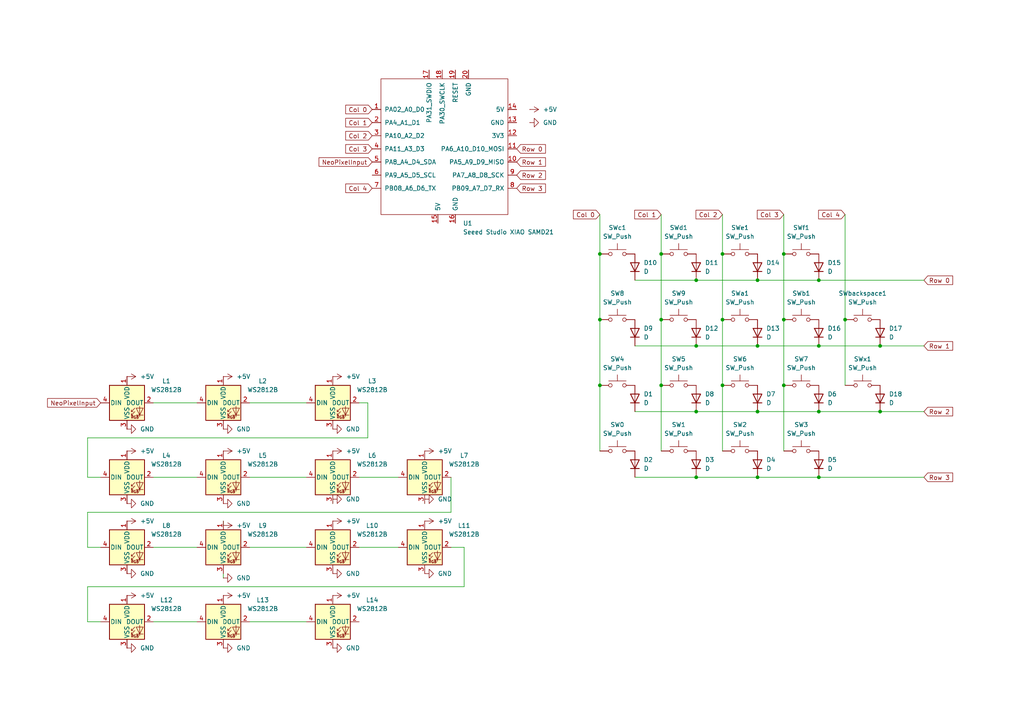
<source format=kicad_sch>
(kicad_sch
	(version 20231120)
	(generator "eeschema")
	(generator_version "8.0")
	(uuid "4159aff4-0223-41b9-b096-b7a3333c7db8")
	(paper "A4")
	(lib_symbols
		(symbol "Device:D"
			(pin_numbers hide)
			(pin_names
				(offset 1.016) hide)
			(exclude_from_sim no)
			(in_bom yes)
			(on_board yes)
			(property "Reference" "D"
				(at 0 2.54 0)
				(effects
					(font
						(size 1.27 1.27)
					)
				)
			)
			(property "Value" "D"
				(at 0 -2.54 0)
				(effects
					(font
						(size 1.27 1.27)
					)
				)
			)
			(property "Footprint" ""
				(at 0 0 0)
				(effects
					(font
						(size 1.27 1.27)
					)
					(hide yes)
				)
			)
			(property "Datasheet" "~"
				(at 0 0 0)
				(effects
					(font
						(size 1.27 1.27)
					)
					(hide yes)
				)
			)
			(property "Description" "Diode"
				(at 0 0 0)
				(effects
					(font
						(size 1.27 1.27)
					)
					(hide yes)
				)
			)
			(property "Sim.Device" "D"
				(at 0 0 0)
				(effects
					(font
						(size 1.27 1.27)
					)
					(hide yes)
				)
			)
			(property "Sim.Pins" "1=K 2=A"
				(at 0 0 0)
				(effects
					(font
						(size 1.27 1.27)
					)
					(hide yes)
				)
			)
			(property "ki_keywords" "diode"
				(at 0 0 0)
				(effects
					(font
						(size 1.27 1.27)
					)
					(hide yes)
				)
			)
			(property "ki_fp_filters" "TO-???* *_Diode_* *SingleDiode* D_*"
				(at 0 0 0)
				(effects
					(font
						(size 1.27 1.27)
					)
					(hide yes)
				)
			)
			(symbol "D_0_1"
				(polyline
					(pts
						(xy -1.27 1.27) (xy -1.27 -1.27)
					)
					(stroke
						(width 0.254)
						(type default)
					)
					(fill
						(type none)
					)
				)
				(polyline
					(pts
						(xy 1.27 0) (xy -1.27 0)
					)
					(stroke
						(width 0)
						(type default)
					)
					(fill
						(type none)
					)
				)
				(polyline
					(pts
						(xy 1.27 1.27) (xy 1.27 -1.27) (xy -1.27 0) (xy 1.27 1.27)
					)
					(stroke
						(width 0.254)
						(type default)
					)
					(fill
						(type none)
					)
				)
			)
			(symbol "D_1_1"
				(pin passive line
					(at -3.81 0 0)
					(length 2.54)
					(name "K"
						(effects
							(font
								(size 1.27 1.27)
							)
						)
					)
					(number "1"
						(effects
							(font
								(size 1.27 1.27)
							)
						)
					)
				)
				(pin passive line
					(at 3.81 0 180)
					(length 2.54)
					(name "A"
						(effects
							(font
								(size 1.27 1.27)
							)
						)
					)
					(number "2"
						(effects
							(font
								(size 1.27 1.27)
							)
						)
					)
				)
			)
		)
		(symbol "LED:WS2812B"
			(pin_names
				(offset 0.254)
			)
			(exclude_from_sim no)
			(in_bom yes)
			(on_board yes)
			(property "Reference" "D"
				(at 5.08 5.715 0)
				(effects
					(font
						(size 1.27 1.27)
					)
					(justify right bottom)
				)
			)
			(property "Value" "WS2812B"
				(at 1.27 -5.715 0)
				(effects
					(font
						(size 1.27 1.27)
					)
					(justify left top)
				)
			)
			(property "Footprint" "LED_SMD:LED_WS2812B_PLCC4_5.0x5.0mm_P3.2mm"
				(at 1.27 -7.62 0)
				(effects
					(font
						(size 1.27 1.27)
					)
					(justify left top)
					(hide yes)
				)
			)
			(property "Datasheet" "https://cdn-shop.adafruit.com/datasheets/WS2812B.pdf"
				(at 2.54 -9.525 0)
				(effects
					(font
						(size 1.27 1.27)
					)
					(justify left top)
					(hide yes)
				)
			)
			(property "Description" "RGB LED with integrated controller"
				(at 0 0 0)
				(effects
					(font
						(size 1.27 1.27)
					)
					(hide yes)
				)
			)
			(property "ki_keywords" "RGB LED NeoPixel addressable"
				(at 0 0 0)
				(effects
					(font
						(size 1.27 1.27)
					)
					(hide yes)
				)
			)
			(property "ki_fp_filters" "LED*WS2812*PLCC*5.0x5.0mm*P3.2mm*"
				(at 0 0 0)
				(effects
					(font
						(size 1.27 1.27)
					)
					(hide yes)
				)
			)
			(symbol "WS2812B_0_0"
				(text "RGB"
					(at 2.286 -4.191 0)
					(effects
						(font
							(size 0.762 0.762)
						)
					)
				)
			)
			(symbol "WS2812B_0_1"
				(polyline
					(pts
						(xy 1.27 -3.556) (xy 1.778 -3.556)
					)
					(stroke
						(width 0)
						(type default)
					)
					(fill
						(type none)
					)
				)
				(polyline
					(pts
						(xy 1.27 -2.54) (xy 1.778 -2.54)
					)
					(stroke
						(width 0)
						(type default)
					)
					(fill
						(type none)
					)
				)
				(polyline
					(pts
						(xy 4.699 -3.556) (xy 2.667 -3.556)
					)
					(stroke
						(width 0)
						(type default)
					)
					(fill
						(type none)
					)
				)
				(polyline
					(pts
						(xy 2.286 -2.54) (xy 1.27 -3.556) (xy 1.27 -3.048)
					)
					(stroke
						(width 0)
						(type default)
					)
					(fill
						(type none)
					)
				)
				(polyline
					(pts
						(xy 2.286 -1.524) (xy 1.27 -2.54) (xy 1.27 -2.032)
					)
					(stroke
						(width 0)
						(type default)
					)
					(fill
						(type none)
					)
				)
				(polyline
					(pts
						(xy 3.683 -1.016) (xy 3.683 -3.556) (xy 3.683 -4.064)
					)
					(stroke
						(width 0)
						(type default)
					)
					(fill
						(type none)
					)
				)
				(polyline
					(pts
						(xy 4.699 -1.524) (xy 2.667 -1.524) (xy 3.683 -3.556) (xy 4.699 -1.524)
					)
					(stroke
						(width 0)
						(type default)
					)
					(fill
						(type none)
					)
				)
				(rectangle
					(start 5.08 5.08)
					(end -5.08 -5.08)
					(stroke
						(width 0.254)
						(type default)
					)
					(fill
						(type background)
					)
				)
			)
			(symbol "WS2812B_1_1"
				(pin power_in line
					(at 0 7.62 270)
					(length 2.54)
					(name "VDD"
						(effects
							(font
								(size 1.27 1.27)
							)
						)
					)
					(number "1"
						(effects
							(font
								(size 1.27 1.27)
							)
						)
					)
				)
				(pin output line
					(at 7.62 0 180)
					(length 2.54)
					(name "DOUT"
						(effects
							(font
								(size 1.27 1.27)
							)
						)
					)
					(number "2"
						(effects
							(font
								(size 1.27 1.27)
							)
						)
					)
				)
				(pin power_in line
					(at 0 -7.62 90)
					(length 2.54)
					(name "VSS"
						(effects
							(font
								(size 1.27 1.27)
							)
						)
					)
					(number "3"
						(effects
							(font
								(size 1.27 1.27)
							)
						)
					)
				)
				(pin input line
					(at -7.62 0 0)
					(length 2.54)
					(name "DIN"
						(effects
							(font
								(size 1.27 1.27)
							)
						)
					)
					(number "4"
						(effects
							(font
								(size 1.27 1.27)
							)
						)
					)
				)
			)
		)
		(symbol "Seeed_Studio_XIAO_Series:Seeed Studio XIAO SAMD21"
			(pin_names
				(offset 1.016)
			)
			(exclude_from_sim no)
			(in_bom yes)
			(on_board yes)
			(property "Reference" "U"
				(at -19.05 22.86 0)
				(effects
					(font
						(size 1.27 1.27)
					)
				)
			)
			(property "Value" "Seeed Studio XIAO SAMD21"
				(at -12.7 21.59 0)
				(effects
					(font
						(size 1.27 1.27)
					)
				)
			)
			(property "Footprint" ""
				(at -8.89 5.08 0)
				(effects
					(font
						(size 1.27 1.27)
					)
					(hide yes)
				)
			)
			(property "Datasheet" ""
				(at -8.89 5.08 0)
				(effects
					(font
						(size 1.27 1.27)
					)
					(hide yes)
				)
			)
			(property "Description" ""
				(at 0 0 0)
				(effects
					(font
						(size 1.27 1.27)
					)
					(hide yes)
				)
			)
			(symbol "Seeed Studio XIAO SAMD21_0_1"
				(rectangle
					(start -19.05 20.32)
					(end 17.78 -19.05)
					(stroke
						(width 0)
						(type default)
					)
					(fill
						(type none)
					)
				)
			)
			(symbol "Seeed Studio XIAO SAMD21_1_1"
				(pin unspecified line
					(at -21.59 11.43 0)
					(length 2.54)
					(name "PA02_A0_D0"
						(effects
							(font
								(size 1.27 1.27)
							)
						)
					)
					(number "1"
						(effects
							(font
								(size 1.27 1.27)
							)
						)
					)
				)
				(pin unspecified line
					(at 20.32 -3.81 180)
					(length 2.54)
					(name "PA5_A9_D9_MISO"
						(effects
							(font
								(size 1.27 1.27)
							)
						)
					)
					(number "10"
						(effects
							(font
								(size 1.27 1.27)
							)
						)
					)
				)
				(pin unspecified line
					(at 20.32 0 180)
					(length 2.54)
					(name "PA6_A10_D10_MOSI"
						(effects
							(font
								(size 1.27 1.27)
							)
						)
					)
					(number "11"
						(effects
							(font
								(size 1.27 1.27)
							)
						)
					)
				)
				(pin unspecified line
					(at 20.32 3.81 180)
					(length 2.54)
					(name "3V3"
						(effects
							(font
								(size 1.27 1.27)
							)
						)
					)
					(number "12"
						(effects
							(font
								(size 1.27 1.27)
							)
						)
					)
				)
				(pin unspecified line
					(at 20.32 7.62 180)
					(length 2.54)
					(name "GND"
						(effects
							(font
								(size 1.27 1.27)
							)
						)
					)
					(number "13"
						(effects
							(font
								(size 1.27 1.27)
							)
						)
					)
				)
				(pin unspecified line
					(at 20.32 11.43 180)
					(length 2.54)
					(name "5V"
						(effects
							(font
								(size 1.27 1.27)
							)
						)
					)
					(number "14"
						(effects
							(font
								(size 1.27 1.27)
							)
						)
					)
				)
				(pin input line
					(at -2.54 -21.59 90)
					(length 2.54)
					(name "5V"
						(effects
							(font
								(size 1.27 1.27)
							)
						)
					)
					(number "15"
						(effects
							(font
								(size 1.27 1.27)
							)
						)
					)
				)
				(pin input line
					(at 2.54 -21.59 90)
					(length 2.54)
					(name "GND"
						(effects
							(font
								(size 1.27 1.27)
							)
						)
					)
					(number "16"
						(effects
							(font
								(size 1.27 1.27)
							)
						)
					)
				)
				(pin input line
					(at -5.08 22.86 270)
					(length 2.54)
					(name "PA31_SWDIO"
						(effects
							(font
								(size 1.27 1.27)
							)
						)
					)
					(number "17"
						(effects
							(font
								(size 1.27 1.27)
							)
						)
					)
				)
				(pin input line
					(at -1.27 22.86 270)
					(length 2.54)
					(name "PA30_SWCLK"
						(effects
							(font
								(size 1.27 1.27)
							)
						)
					)
					(number "18"
						(effects
							(font
								(size 1.27 1.27)
							)
						)
					)
				)
				(pin input line
					(at 2.54 22.86 270)
					(length 2.54)
					(name "RESET"
						(effects
							(font
								(size 1.27 1.27)
							)
						)
					)
					(number "19"
						(effects
							(font
								(size 1.27 1.27)
							)
						)
					)
				)
				(pin unspecified line
					(at -21.59 7.62 0)
					(length 2.54)
					(name "PA4_A1_D1"
						(effects
							(font
								(size 1.27 1.27)
							)
						)
					)
					(number "2"
						(effects
							(font
								(size 1.27 1.27)
							)
						)
					)
				)
				(pin input line
					(at 6.35 22.86 270)
					(length 2.54)
					(name "GND"
						(effects
							(font
								(size 1.27 1.27)
							)
						)
					)
					(number "20"
						(effects
							(font
								(size 1.27 1.27)
							)
						)
					)
				)
				(pin unspecified line
					(at -21.59 3.81 0)
					(length 2.54)
					(name "PA10_A2_D2"
						(effects
							(font
								(size 1.27 1.27)
							)
						)
					)
					(number "3"
						(effects
							(font
								(size 1.27 1.27)
							)
						)
					)
				)
				(pin unspecified line
					(at -21.59 0 0)
					(length 2.54)
					(name "PA11_A3_D3"
						(effects
							(font
								(size 1.27 1.27)
							)
						)
					)
					(number "4"
						(effects
							(font
								(size 1.27 1.27)
							)
						)
					)
				)
				(pin unspecified line
					(at -21.59 -3.81 0)
					(length 2.54)
					(name "PA8_A4_D4_SDA"
						(effects
							(font
								(size 1.27 1.27)
							)
						)
					)
					(number "5"
						(effects
							(font
								(size 1.27 1.27)
							)
						)
					)
				)
				(pin unspecified line
					(at -21.59 -7.62 0)
					(length 2.54)
					(name "PA9_A5_D5_SCL"
						(effects
							(font
								(size 1.27 1.27)
							)
						)
					)
					(number "6"
						(effects
							(font
								(size 1.27 1.27)
							)
						)
					)
				)
				(pin unspecified line
					(at -21.59 -11.43 0)
					(length 2.54)
					(name "PB08_A6_D6_TX"
						(effects
							(font
								(size 1.27 1.27)
							)
						)
					)
					(number "7"
						(effects
							(font
								(size 1.27 1.27)
							)
						)
					)
				)
				(pin unspecified line
					(at 20.32 -11.43 180)
					(length 2.54)
					(name "PB09_A7_D7_RX"
						(effects
							(font
								(size 1.27 1.27)
							)
						)
					)
					(number "8"
						(effects
							(font
								(size 1.27 1.27)
							)
						)
					)
				)
				(pin unspecified line
					(at 20.32 -7.62 180)
					(length 2.54)
					(name "PA7_A8_D8_SCK"
						(effects
							(font
								(size 1.27 1.27)
							)
						)
					)
					(number "9"
						(effects
							(font
								(size 1.27 1.27)
							)
						)
					)
				)
			)
		)
		(symbol "Switch:SW_Push"
			(pin_numbers hide)
			(pin_names
				(offset 1.016) hide)
			(exclude_from_sim no)
			(in_bom yes)
			(on_board yes)
			(property "Reference" "SW"
				(at 1.27 2.54 0)
				(effects
					(font
						(size 1.27 1.27)
					)
					(justify left)
				)
			)
			(property "Value" "SW_Push"
				(at 0 -1.524 0)
				(effects
					(font
						(size 1.27 1.27)
					)
				)
			)
			(property "Footprint" ""
				(at 0 5.08 0)
				(effects
					(font
						(size 1.27 1.27)
					)
					(hide yes)
				)
			)
			(property "Datasheet" "~"
				(at 0 5.08 0)
				(effects
					(font
						(size 1.27 1.27)
					)
					(hide yes)
				)
			)
			(property "Description" "Push button switch, generic, two pins"
				(at 0 0 0)
				(effects
					(font
						(size 1.27 1.27)
					)
					(hide yes)
				)
			)
			(property "ki_keywords" "switch normally-open pushbutton push-button"
				(at 0 0 0)
				(effects
					(font
						(size 1.27 1.27)
					)
					(hide yes)
				)
			)
			(symbol "SW_Push_0_1"
				(circle
					(center -2.032 0)
					(radius 0.508)
					(stroke
						(width 0)
						(type default)
					)
					(fill
						(type none)
					)
				)
				(polyline
					(pts
						(xy 0 1.27) (xy 0 3.048)
					)
					(stroke
						(width 0)
						(type default)
					)
					(fill
						(type none)
					)
				)
				(polyline
					(pts
						(xy 2.54 1.27) (xy -2.54 1.27)
					)
					(stroke
						(width 0)
						(type default)
					)
					(fill
						(type none)
					)
				)
				(circle
					(center 2.032 0)
					(radius 0.508)
					(stroke
						(width 0)
						(type default)
					)
					(fill
						(type none)
					)
				)
				(pin passive line
					(at -5.08 0 0)
					(length 2.54)
					(name "1"
						(effects
							(font
								(size 1.27 1.27)
							)
						)
					)
					(number "1"
						(effects
							(font
								(size 1.27 1.27)
							)
						)
					)
				)
				(pin passive line
					(at 5.08 0 180)
					(length 2.54)
					(name "2"
						(effects
							(font
								(size 1.27 1.27)
							)
						)
					)
					(number "2"
						(effects
							(font
								(size 1.27 1.27)
							)
						)
					)
				)
			)
		)
		(symbol "power:+5V"
			(power)
			(pin_numbers hide)
			(pin_names
				(offset 0) hide)
			(exclude_from_sim no)
			(in_bom yes)
			(on_board yes)
			(property "Reference" "#PWR"
				(at 0 -3.81 0)
				(effects
					(font
						(size 1.27 1.27)
					)
					(hide yes)
				)
			)
			(property "Value" "+5V"
				(at 0 3.556 0)
				(effects
					(font
						(size 1.27 1.27)
					)
				)
			)
			(property "Footprint" ""
				(at 0 0 0)
				(effects
					(font
						(size 1.27 1.27)
					)
					(hide yes)
				)
			)
			(property "Datasheet" ""
				(at 0 0 0)
				(effects
					(font
						(size 1.27 1.27)
					)
					(hide yes)
				)
			)
			(property "Description" "Power symbol creates a global label with name \"+5V\""
				(at 0 0 0)
				(effects
					(font
						(size 1.27 1.27)
					)
					(hide yes)
				)
			)
			(property "ki_keywords" "global power"
				(at 0 0 0)
				(effects
					(font
						(size 1.27 1.27)
					)
					(hide yes)
				)
			)
			(symbol "+5V_0_1"
				(polyline
					(pts
						(xy -0.762 1.27) (xy 0 2.54)
					)
					(stroke
						(width 0)
						(type default)
					)
					(fill
						(type none)
					)
				)
				(polyline
					(pts
						(xy 0 0) (xy 0 2.54)
					)
					(stroke
						(width 0)
						(type default)
					)
					(fill
						(type none)
					)
				)
				(polyline
					(pts
						(xy 0 2.54) (xy 0.762 1.27)
					)
					(stroke
						(width 0)
						(type default)
					)
					(fill
						(type none)
					)
				)
			)
			(symbol "+5V_1_1"
				(pin power_in line
					(at 0 0 90)
					(length 0)
					(name "~"
						(effects
							(font
								(size 1.27 1.27)
							)
						)
					)
					(number "1"
						(effects
							(font
								(size 1.27 1.27)
							)
						)
					)
				)
			)
		)
		(symbol "power:GND"
			(power)
			(pin_numbers hide)
			(pin_names
				(offset 0) hide)
			(exclude_from_sim no)
			(in_bom yes)
			(on_board yes)
			(property "Reference" "#PWR"
				(at 0 -6.35 0)
				(effects
					(font
						(size 1.27 1.27)
					)
					(hide yes)
				)
			)
			(property "Value" "GND"
				(at 0 -3.81 0)
				(effects
					(font
						(size 1.27 1.27)
					)
				)
			)
			(property "Footprint" ""
				(at 0 0 0)
				(effects
					(font
						(size 1.27 1.27)
					)
					(hide yes)
				)
			)
			(property "Datasheet" ""
				(at 0 0 0)
				(effects
					(font
						(size 1.27 1.27)
					)
					(hide yes)
				)
			)
			(property "Description" "Power symbol creates a global label with name \"GND\" , ground"
				(at 0 0 0)
				(effects
					(font
						(size 1.27 1.27)
					)
					(hide yes)
				)
			)
			(property "ki_keywords" "global power"
				(at 0 0 0)
				(effects
					(font
						(size 1.27 1.27)
					)
					(hide yes)
				)
			)
			(symbol "GND_0_1"
				(polyline
					(pts
						(xy 0 0) (xy 0 -1.27) (xy 1.27 -1.27) (xy 0 -2.54) (xy -1.27 -1.27) (xy 0 -1.27)
					)
					(stroke
						(width 0)
						(type default)
					)
					(fill
						(type none)
					)
				)
			)
			(symbol "GND_1_1"
				(pin power_in line
					(at 0 0 270)
					(length 0)
					(name "~"
						(effects
							(font
								(size 1.27 1.27)
							)
						)
					)
					(number "1"
						(effects
							(font
								(size 1.27 1.27)
							)
						)
					)
				)
			)
		)
	)
	(junction
		(at 219.71 81.28)
		(diameter 0)
		(color 0 0 0 0)
		(uuid "05321f0a-552c-4bfc-9272-c959178fa4b9")
	)
	(junction
		(at 219.71 138.43)
		(diameter 0)
		(color 0 0 0 0)
		(uuid "05935eec-1328-48a8-9a4b-3abcbaa8817f")
	)
	(junction
		(at 237.49 100.33)
		(diameter 0)
		(color 0 0 0 0)
		(uuid "0ec575d3-8cc5-46d9-b9da-ff1827c8de0c")
	)
	(junction
		(at 237.49 138.43)
		(diameter 0)
		(color 0 0 0 0)
		(uuid "0f2ea4f8-af0f-43a7-85e6-80ee45ece537")
	)
	(junction
		(at 173.99 92.71)
		(diameter 0)
		(color 0 0 0 0)
		(uuid "322a2f5d-9cd9-4227-b20b-e36c4e838cf3")
	)
	(junction
		(at 191.77 73.66)
		(diameter 0)
		(color 0 0 0 0)
		(uuid "3afa43db-d4a5-4fc8-b16a-5d253133f847")
	)
	(junction
		(at 227.33 111.76)
		(diameter 0)
		(color 0 0 0 0)
		(uuid "5254a44f-9b63-49fa-80d1-183a724d979b")
	)
	(junction
		(at 237.49 119.38)
		(diameter 0)
		(color 0 0 0 0)
		(uuid "57cb291f-e794-42f5-abb7-e769ab76e018")
	)
	(junction
		(at 209.55 92.71)
		(diameter 0)
		(color 0 0 0 0)
		(uuid "63d48e2a-69d6-41f6-bb30-12294ea07a81")
	)
	(junction
		(at 191.77 92.71)
		(diameter 0)
		(color 0 0 0 0)
		(uuid "64e355af-c703-4c79-9b62-db5a3d491a61")
	)
	(junction
		(at 201.93 100.33)
		(diameter 0)
		(color 0 0 0 0)
		(uuid "722981c0-8cfc-471c-9a5f-dab68278c5d1")
	)
	(junction
		(at 201.93 81.28)
		(diameter 0)
		(color 0 0 0 0)
		(uuid "727fdf76-b335-4070-b29c-4c90b67ccde5")
	)
	(junction
		(at 173.99 73.66)
		(diameter 0)
		(color 0 0 0 0)
		(uuid "7a4f138c-57da-468f-a040-c0fca6742a7f")
	)
	(junction
		(at 255.27 100.33)
		(diameter 0)
		(color 0 0 0 0)
		(uuid "874fbfc9-0992-4e4a-8d5c-ca3e0fafe249")
	)
	(junction
		(at 237.49 81.28)
		(diameter 0)
		(color 0 0 0 0)
		(uuid "94865233-c20e-4c49-b470-76d1d56eab73")
	)
	(junction
		(at 201.93 138.43)
		(diameter 0)
		(color 0 0 0 0)
		(uuid "a8aafe61-6fe5-4610-b152-b57ad8ad0ac7")
	)
	(junction
		(at 201.93 119.38)
		(diameter 0)
		(color 0 0 0 0)
		(uuid "c9073b4f-5767-409c-89fb-27437fd9a465")
	)
	(junction
		(at 173.99 111.76)
		(diameter 0)
		(color 0 0 0 0)
		(uuid "c9e04e56-2311-4f00-baa7-d60b05d6bd67")
	)
	(junction
		(at 245.11 92.71)
		(diameter 0)
		(color 0 0 0 0)
		(uuid "d05865ee-b590-4a00-a542-8715250909bd")
	)
	(junction
		(at 227.33 92.71)
		(diameter 0)
		(color 0 0 0 0)
		(uuid "d0d22ac0-0e93-4bc9-9df8-f9bea5b4004a")
	)
	(junction
		(at 191.77 111.76)
		(diameter 0)
		(color 0 0 0 0)
		(uuid "d2c58b42-aac9-4ed3-bc8b-f08205b1de50")
	)
	(junction
		(at 209.55 73.66)
		(diameter 0)
		(color 0 0 0 0)
		(uuid "d8e0f85c-6b0c-4ae4-891c-52fe14a447e7")
	)
	(junction
		(at 255.27 119.38)
		(diameter 0)
		(color 0 0 0 0)
		(uuid "e0066a7a-a048-4038-96fd-fc9cf29476d7")
	)
	(junction
		(at 209.55 111.76)
		(diameter 0)
		(color 0 0 0 0)
		(uuid "ea1ed0dd-7424-4253-afb1-31d9c51183ae")
	)
	(junction
		(at 227.33 73.66)
		(diameter 0)
		(color 0 0 0 0)
		(uuid "eb0174d6-d051-4225-bf20-a8e4a0fb3308")
	)
	(junction
		(at 219.71 100.33)
		(diameter 0)
		(color 0 0 0 0)
		(uuid "effea170-1f11-4fba-b6c5-8898021d65ae")
	)
	(junction
		(at 219.71 119.38)
		(diameter 0)
		(color 0 0 0 0)
		(uuid "f648db81-10ed-4c45-8742-761f6cb405ab")
	)
	(wire
		(pts
			(xy 184.15 119.38) (xy 201.93 119.38)
		)
		(stroke
			(width 0)
			(type default)
		)
		(uuid "0008da29-b1e5-4065-964a-ace3e8b9d30c")
	)
	(wire
		(pts
			(xy 184.15 138.43) (xy 201.93 138.43)
		)
		(stroke
			(width 0)
			(type default)
		)
		(uuid "0bd5fc6e-e58e-446f-aeda-056cc401547b")
	)
	(wire
		(pts
			(xy 25.4 170.18) (xy 25.4 180.34)
		)
		(stroke
			(width 0)
			(type default)
		)
		(uuid "0c2e035f-3b7e-43e0-acaf-108dab0fee9a")
	)
	(wire
		(pts
			(xy 184.15 81.28) (xy 201.93 81.28)
		)
		(stroke
			(width 0)
			(type default)
		)
		(uuid "0d31f352-12f4-4d8c-9921-a7f7c14f6507")
	)
	(wire
		(pts
			(xy 106.68 127) (xy 25.4 127)
		)
		(stroke
			(width 0)
			(type default)
		)
		(uuid "11e1d991-dd8e-4ec3-b526-a0593af96aec")
	)
	(wire
		(pts
			(xy 201.93 119.38) (xy 219.71 119.38)
		)
		(stroke
			(width 0)
			(type default)
		)
		(uuid "191d3a69-367e-4d24-9712-196835a1dee6")
	)
	(wire
		(pts
			(xy 25.4 138.43) (xy 29.21 138.43)
		)
		(stroke
			(width 0)
			(type default)
		)
		(uuid "20abf232-2ef4-4ed7-8f62-24bde76b2db5")
	)
	(wire
		(pts
			(xy 25.4 158.75) (xy 29.21 158.75)
		)
		(stroke
			(width 0)
			(type default)
		)
		(uuid "20eca7f0-ebd6-4b6d-a92c-2e540a699756")
	)
	(wire
		(pts
			(xy 184.15 100.33) (xy 201.93 100.33)
		)
		(stroke
			(width 0)
			(type default)
		)
		(uuid "239adec4-4460-422e-987e-66e175e55d17")
	)
	(wire
		(pts
			(xy 44.45 180.34) (xy 57.15 180.34)
		)
		(stroke
			(width 0)
			(type default)
		)
		(uuid "26e43da2-eba1-464c-8768-9d4b823aa7c9")
	)
	(wire
		(pts
			(xy 72.39 138.43) (xy 88.9 138.43)
		)
		(stroke
			(width 0)
			(type default)
		)
		(uuid "3197bd93-cb95-46f7-a856-afbcb9c60615")
	)
	(wire
		(pts
			(xy 191.77 62.23) (xy 191.77 73.66)
		)
		(stroke
			(width 0)
			(type default)
		)
		(uuid "36063f68-f769-4281-8b2f-2fa4c8ffc815")
	)
	(wire
		(pts
			(xy 237.49 138.43) (xy 267.97 138.43)
		)
		(stroke
			(width 0)
			(type default)
		)
		(uuid "3992e528-b8bc-4223-86e1-737a1cc72a2b")
	)
	(wire
		(pts
			(xy 134.62 158.75) (xy 134.62 170.18)
		)
		(stroke
			(width 0)
			(type default)
		)
		(uuid "3fc31514-ec08-4682-8f8f-b09f14462d11")
	)
	(wire
		(pts
			(xy 25.4 148.59) (xy 25.4 158.75)
		)
		(stroke
			(width 0)
			(type default)
		)
		(uuid "44fd09ea-a43d-4259-93a3-906229a195f9")
	)
	(wire
		(pts
			(xy 227.33 92.71) (xy 227.33 111.76)
		)
		(stroke
			(width 0)
			(type default)
		)
		(uuid "4e5dda99-28d7-492c-bcf9-22a59225d6ac")
	)
	(wire
		(pts
			(xy 173.99 62.23) (xy 173.99 73.66)
		)
		(stroke
			(width 0)
			(type default)
		)
		(uuid "4f0d4813-648c-4044-ad0b-503ed1e0d1b0")
	)
	(wire
		(pts
			(xy 106.68 116.84) (xy 106.68 127)
		)
		(stroke
			(width 0)
			(type default)
		)
		(uuid "508852fb-a9f4-4cae-a199-110cf4ad09c2")
	)
	(wire
		(pts
			(xy 173.99 92.71) (xy 173.99 111.76)
		)
		(stroke
			(width 0)
			(type default)
		)
		(uuid "5583a6a9-b6ab-44ca-8488-4daff0e24a91")
	)
	(wire
		(pts
			(xy 25.4 127) (xy 25.4 138.43)
		)
		(stroke
			(width 0)
			(type default)
		)
		(uuid "5609b4eb-efeb-4244-8914-556536cf342c")
	)
	(wire
		(pts
			(xy 201.93 100.33) (xy 219.71 100.33)
		)
		(stroke
			(width 0)
			(type default)
		)
		(uuid "56d2b7b3-bee3-43bc-a384-4f3c82c0a7ea")
	)
	(wire
		(pts
			(xy 44.45 116.84) (xy 57.15 116.84)
		)
		(stroke
			(width 0)
			(type default)
		)
		(uuid "5aaa140a-7865-4b62-91ec-a5580135b24b")
	)
	(wire
		(pts
			(xy 104.14 158.75) (xy 115.57 158.75)
		)
		(stroke
			(width 0)
			(type default)
		)
		(uuid "618911fc-03d1-4e6c-b92f-a7a563d2a914")
	)
	(wire
		(pts
			(xy 227.33 73.66) (xy 227.33 92.71)
		)
		(stroke
			(width 0)
			(type default)
		)
		(uuid "61e224cc-d778-412d-ba67-3a437147ce08")
	)
	(wire
		(pts
			(xy 44.45 138.43) (xy 57.15 138.43)
		)
		(stroke
			(width 0)
			(type default)
		)
		(uuid "6b94d19b-9a2b-48e3-9531-3cd4bfb673b0")
	)
	(wire
		(pts
			(xy 25.4 148.59) (xy 130.81 148.59)
		)
		(stroke
			(width 0)
			(type default)
		)
		(uuid "6d4dc047-a2c5-4e0c-b71e-b0ea5386bebd")
	)
	(wire
		(pts
			(xy 191.77 111.76) (xy 191.77 130.81)
		)
		(stroke
			(width 0)
			(type default)
		)
		(uuid "7487ba42-8971-477e-a391-4d9c2efe4a3b")
	)
	(wire
		(pts
			(xy 173.99 73.66) (xy 173.99 92.71)
		)
		(stroke
			(width 0)
			(type default)
		)
		(uuid "7978baed-fc2a-4c05-b7e7-a1046dd15a9e")
	)
	(wire
		(pts
			(xy 130.81 138.43) (xy 130.81 148.59)
		)
		(stroke
			(width 0)
			(type default)
		)
		(uuid "797e9a9f-11c0-4589-8a91-e3a9e92c0ca4")
	)
	(wire
		(pts
			(xy 201.93 81.28) (xy 219.71 81.28)
		)
		(stroke
			(width 0)
			(type default)
		)
		(uuid "7bd1a17d-809b-4977-86ed-b9f14436ea7d")
	)
	(wire
		(pts
			(xy 96.52 146.05) (xy 96.52 144.78)
		)
		(stroke
			(width 0)
			(type default)
		)
		(uuid "83720c8e-f564-4654-86e2-5786899287e2")
	)
	(wire
		(pts
			(xy 237.49 81.28) (xy 267.97 81.28)
		)
		(stroke
			(width 0)
			(type default)
		)
		(uuid "854142c1-2264-4eca-91e9-aa81f5c1e95b")
	)
	(wire
		(pts
			(xy 255.27 100.33) (xy 267.97 100.33)
		)
		(stroke
			(width 0)
			(type default)
		)
		(uuid "890dd005-bb6d-4732-837a-410c8df115fd")
	)
	(wire
		(pts
			(xy 191.77 73.66) (xy 191.77 92.71)
		)
		(stroke
			(width 0)
			(type default)
		)
		(uuid "893802b8-eff8-4ed9-845f-a84cb93722a4")
	)
	(wire
		(pts
			(xy 219.71 138.43) (xy 237.49 138.43)
		)
		(stroke
			(width 0)
			(type default)
		)
		(uuid "89eb0e68-d5fd-4fa0-bfca-126f9a17d8f6")
	)
	(wire
		(pts
			(xy 201.93 138.43) (xy 219.71 138.43)
		)
		(stroke
			(width 0)
			(type default)
		)
		(uuid "9077709b-bbb6-4847-ae16-1662c7b09b74")
	)
	(wire
		(pts
			(xy 227.33 111.76) (xy 227.33 130.81)
		)
		(stroke
			(width 0)
			(type default)
		)
		(uuid "9c16ec60-32a5-4906-8be7-77cd25c6bbac")
	)
	(wire
		(pts
			(xy 104.14 138.43) (xy 115.57 138.43)
		)
		(stroke
			(width 0)
			(type default)
		)
		(uuid "9d322195-f206-4cc3-b424-a109ed088162")
	)
	(wire
		(pts
			(xy 209.55 92.71) (xy 209.55 111.76)
		)
		(stroke
			(width 0)
			(type default)
		)
		(uuid "a1164dba-fc2a-47a2-85c1-5a942e6441bf")
	)
	(wire
		(pts
			(xy 72.39 116.84) (xy 88.9 116.84)
		)
		(stroke
			(width 0)
			(type default)
		)
		(uuid "a98cec90-c3b5-4948-8fe2-47653217a072")
	)
	(wire
		(pts
			(xy 209.55 111.76) (xy 209.55 130.81)
		)
		(stroke
			(width 0)
			(type default)
		)
		(uuid "aa7a0fcc-4b7a-4827-8619-6afa0b415590")
	)
	(wire
		(pts
			(xy 227.33 62.23) (xy 227.33 73.66)
		)
		(stroke
			(width 0)
			(type default)
		)
		(uuid "aae294c3-75ae-4bdb-a353-ab4d8210ff1d")
	)
	(wire
		(pts
			(xy 219.71 100.33) (xy 237.49 100.33)
		)
		(stroke
			(width 0)
			(type default)
		)
		(uuid "ac6e11cb-25f7-40fe-aee7-c588e8e46c67")
	)
	(wire
		(pts
			(xy 191.77 92.71) (xy 191.77 111.76)
		)
		(stroke
			(width 0)
			(type default)
		)
		(uuid "b0d5f726-9ac9-485a-a52b-951d0bd610d1")
	)
	(wire
		(pts
			(xy 209.55 73.66) (xy 209.55 92.71)
		)
		(stroke
			(width 0)
			(type default)
		)
		(uuid "b4cf752a-f9c6-41ed-9e78-4ee9ac0596ee")
	)
	(wire
		(pts
			(xy 123.19 146.05) (xy 123.19 144.78)
		)
		(stroke
			(width 0)
			(type default)
		)
		(uuid "b4d37ab4-fb05-4f63-b472-1633fe8d2b5f")
	)
	(wire
		(pts
			(xy 255.27 119.38) (xy 267.97 119.38)
		)
		(stroke
			(width 0)
			(type default)
		)
		(uuid "b5c61958-0421-4add-806a-6224a000954d")
	)
	(wire
		(pts
			(xy 245.11 92.71) (xy 245.11 111.76)
		)
		(stroke
			(width 0)
			(type default)
		)
		(uuid "bdacb278-5627-4c3e-85c8-4d344a1d3eb7")
	)
	(wire
		(pts
			(xy 245.11 62.23) (xy 245.11 92.71)
		)
		(stroke
			(width 0)
			(type default)
		)
		(uuid "bdbd3fc6-c579-463d-a583-db9bf5db6219")
	)
	(wire
		(pts
			(xy 237.49 119.38) (xy 255.27 119.38)
		)
		(stroke
			(width 0)
			(type default)
		)
		(uuid "beb97e7a-55dd-4dba-b45e-d9c0a306e237")
	)
	(wire
		(pts
			(xy 44.45 158.75) (xy 57.15 158.75)
		)
		(stroke
			(width 0)
			(type default)
		)
		(uuid "c00e10d8-9f4f-440e-a968-5d0881b264a2")
	)
	(wire
		(pts
			(xy 219.71 81.28) (xy 237.49 81.28)
		)
		(stroke
			(width 0)
			(type default)
		)
		(uuid "c712e3c7-32a0-47c3-aa73-689bc3ec3353")
	)
	(wire
		(pts
			(xy 134.62 170.18) (xy 25.4 170.18)
		)
		(stroke
			(width 0)
			(type default)
		)
		(uuid "cb5763b9-6a55-44c3-84c7-c04c3f3f5465")
	)
	(wire
		(pts
			(xy 72.39 180.34) (xy 88.9 180.34)
		)
		(stroke
			(width 0)
			(type default)
		)
		(uuid "ce817af1-a833-4dd3-b974-65dabdc1b64c")
	)
	(wire
		(pts
			(xy 104.14 116.84) (xy 106.68 116.84)
		)
		(stroke
			(width 0)
			(type default)
		)
		(uuid "d66f62b7-bb10-4cbd-a620-dd6802e31bb2")
	)
	(wire
		(pts
			(xy 209.55 62.23) (xy 209.55 73.66)
		)
		(stroke
			(width 0)
			(type default)
		)
		(uuid "dba8aff1-5374-40bc-a42a-9c893aa99dd6")
	)
	(wire
		(pts
			(xy 237.49 100.33) (xy 255.27 100.33)
		)
		(stroke
			(width 0)
			(type default)
		)
		(uuid "e3c917da-e898-450e-8ee0-ae06cdb77646")
	)
	(wire
		(pts
			(xy 72.39 158.75) (xy 88.9 158.75)
		)
		(stroke
			(width 0)
			(type default)
		)
		(uuid "e6bb9af8-efd7-4186-b3b8-0bbfbe877c8d")
	)
	(wire
		(pts
			(xy 64.77 151.13) (xy 64.77 152.4)
		)
		(stroke
			(width 0)
			(type default)
		)
		(uuid "e8aa120c-34a7-47de-8295-4fb9ec3968cb")
	)
	(wire
		(pts
			(xy 25.4 180.34) (xy 29.21 180.34)
		)
		(stroke
			(width 0)
			(type default)
		)
		(uuid "ebcd890c-82cb-4919-8674-c7cfc5348ba3")
	)
	(wire
		(pts
			(xy 173.99 111.76) (xy 173.99 130.81)
		)
		(stroke
			(width 0)
			(type default)
		)
		(uuid "f53edad7-2837-4880-bc50-406fef705f8a")
	)
	(wire
		(pts
			(xy 130.81 158.75) (xy 134.62 158.75)
		)
		(stroke
			(width 0)
			(type default)
		)
		(uuid "f7d0cbcc-8235-48fc-a326-d30efb0f42e1")
	)
	(wire
		(pts
			(xy 219.71 119.38) (xy 237.49 119.38)
		)
		(stroke
			(width 0)
			(type default)
		)
		(uuid "fc14ed1c-98ff-4707-a02e-2fba0c7d274d")
	)
	(wire
		(pts
			(xy 64.77 166.37) (xy 64.77 167.64)
		)
		(stroke
			(width 0)
			(type default)
		)
		(uuid "fc939a90-3163-4fdb-b94b-c5cfb359d0b9")
	)
	(global_label "Row 3"
		(shape input)
		(at 267.97 138.43 0)
		(fields_autoplaced yes)
		(effects
			(font
				(size 1.27 1.27)
			)
			(justify left)
		)
		(uuid "0da5471c-06e3-48e3-95a5-ff548a3b1bc3")
		(property "Intersheetrefs" "${INTERSHEET_REFS}"
			(at 276.8818 138.43 0)
			(effects
				(font
					(size 1.27 1.27)
				)
				(justify left)
				(hide yes)
			)
		)
	)
	(global_label "Row 3"
		(shape input)
		(at 149.86 54.61 0)
		(fields_autoplaced yes)
		(effects
			(font
				(size 1.27 1.27)
			)
			(justify left)
		)
		(uuid "112ae38d-a9e1-481f-8600-f31f4ff961c4")
		(property "Intersheetrefs" "${INTERSHEET_REFS}"
			(at 158.7718 54.61 0)
			(effects
				(font
					(size 1.27 1.27)
				)
				(justify left)
				(hide yes)
			)
		)
	)
	(global_label "Col 3"
		(shape input)
		(at 107.95 43.18 180)
		(fields_autoplaced yes)
		(effects
			(font
				(size 1.27 1.27)
			)
			(justify right)
		)
		(uuid "2e0f363d-181d-440a-95c6-db1757f47e11")
		(property "Intersheetrefs" "${INTERSHEET_REFS}"
			(at 99.7035 43.18 0)
			(effects
				(font
					(size 1.27 1.27)
				)
				(justify right)
				(hide yes)
			)
		)
	)
	(global_label "Row 2"
		(shape input)
		(at 267.97 119.38 0)
		(fields_autoplaced yes)
		(effects
			(font
				(size 1.27 1.27)
			)
			(justify left)
		)
		(uuid "2f0b9e20-01e7-4bf8-9012-3807d1b076a6")
		(property "Intersheetrefs" "${INTERSHEET_REFS}"
			(at 276.8818 119.38 0)
			(effects
				(font
					(size 1.27 1.27)
				)
				(justify left)
				(hide yes)
			)
		)
	)
	(global_label "Col 2"
		(shape input)
		(at 107.95 39.37 180)
		(fields_autoplaced yes)
		(effects
			(font
				(size 1.27 1.27)
			)
			(justify right)
		)
		(uuid "35728b95-85da-4807-bef2-9909e9403a53")
		(property "Intersheetrefs" "${INTERSHEET_REFS}"
			(at 99.7035 39.37 0)
			(effects
				(font
					(size 1.27 1.27)
				)
				(justify right)
				(hide yes)
			)
		)
	)
	(global_label "Col 4"
		(shape input)
		(at 107.95 54.61 180)
		(fields_autoplaced yes)
		(effects
			(font
				(size 1.27 1.27)
			)
			(justify right)
		)
		(uuid "44e11e16-6bbc-4078-a189-4e5d6e208d09")
		(property "Intersheetrefs" "${INTERSHEET_REFS}"
			(at 99.7035 54.61 0)
			(effects
				(font
					(size 1.27 1.27)
				)
				(justify right)
				(hide yes)
			)
		)
	)
	(global_label "Col 1"
		(shape input)
		(at 191.77 62.23 180)
		(fields_autoplaced yes)
		(effects
			(font
				(size 1.27 1.27)
			)
			(justify right)
		)
		(uuid "722a7740-83f1-4f49-a84a-2fe6f741ae57")
		(property "Intersheetrefs" "${INTERSHEET_REFS}"
			(at 183.5235 62.23 0)
			(effects
				(font
					(size 1.27 1.27)
				)
				(justify right)
				(hide yes)
			)
		)
	)
	(global_label "Col 1"
		(shape input)
		(at 107.95 35.56 180)
		(fields_autoplaced yes)
		(effects
			(font
				(size 1.27 1.27)
			)
			(justify right)
		)
		(uuid "7494fe10-c5d3-43f0-a382-8dcc5046b844")
		(property "Intersheetrefs" "${INTERSHEET_REFS}"
			(at 99.7035 35.56 0)
			(effects
				(font
					(size 1.27 1.27)
				)
				(justify right)
				(hide yes)
			)
		)
	)
	(global_label "Col 0"
		(shape input)
		(at 173.99 62.23 180)
		(fields_autoplaced yes)
		(effects
			(font
				(size 1.27 1.27)
			)
			(justify right)
		)
		(uuid "835774cb-19fb-47d2-98a4-3d633836faef")
		(property "Intersheetrefs" "${INTERSHEET_REFS}"
			(at 165.7435 62.23 0)
			(effects
				(font
					(size 1.27 1.27)
				)
				(justify right)
				(hide yes)
			)
		)
	)
	(global_label "Row 1"
		(shape input)
		(at 267.97 100.33 0)
		(fields_autoplaced yes)
		(effects
			(font
				(size 1.27 1.27)
			)
			(justify left)
		)
		(uuid "8d379bb0-ca15-43e4-baa5-0e422f897495")
		(property "Intersheetrefs" "${INTERSHEET_REFS}"
			(at 276.8818 100.33 0)
			(effects
				(font
					(size 1.27 1.27)
				)
				(justify left)
				(hide yes)
			)
		)
	)
	(global_label "Row 1"
		(shape input)
		(at 149.86 46.99 0)
		(fields_autoplaced yes)
		(effects
			(font
				(size 1.27 1.27)
			)
			(justify left)
		)
		(uuid "9ada52b2-d421-433d-b7d3-cace8bd24cf7")
		(property "Intersheetrefs" "${INTERSHEET_REFS}"
			(at 158.7718 46.99 0)
			(effects
				(font
					(size 1.27 1.27)
				)
				(justify left)
				(hide yes)
			)
		)
	)
	(global_label "Row 0"
		(shape input)
		(at 149.86 43.18 0)
		(fields_autoplaced yes)
		(effects
			(font
				(size 1.27 1.27)
			)
			(justify left)
		)
		(uuid "af7a8954-5623-47f1-9aa2-635028c140b5")
		(property "Intersheetrefs" "${INTERSHEET_REFS}"
			(at 158.7718 43.18 0)
			(effects
				(font
					(size 1.27 1.27)
				)
				(justify left)
				(hide yes)
			)
		)
	)
	(global_label "Col 0"
		(shape input)
		(at 107.95 31.75 180)
		(fields_autoplaced yes)
		(effects
			(font
				(size 1.27 1.27)
			)
			(justify right)
		)
		(uuid "b99ffc76-aa6e-437a-b88c-415424769305")
		(property "Intersheetrefs" "${INTERSHEET_REFS}"
			(at 99.7035 31.75 0)
			(effects
				(font
					(size 1.27 1.27)
				)
				(justify right)
				(hide yes)
			)
		)
	)
	(global_label "NeoPixelInput"
		(shape input)
		(at 29.21 116.84 180)
		(fields_autoplaced yes)
		(effects
			(font
				(size 1.27 1.27)
			)
			(justify right)
		)
		(uuid "d25ef95b-84d1-4f48-a352-b6e5179557f2")
		(property "Intersheetrefs" "${INTERSHEET_REFS}"
			(at 13.2225 116.84 0)
			(effects
				(font
					(size 1.27 1.27)
				)
				(justify right)
				(hide yes)
			)
		)
	)
	(global_label "Row 0"
		(shape input)
		(at 267.97 81.28 0)
		(fields_autoplaced yes)
		(effects
			(font
				(size 1.27 1.27)
			)
			(justify left)
		)
		(uuid "d54beeb8-8e47-41fb-b52b-5b8fc2fd7391")
		(property "Intersheetrefs" "${INTERSHEET_REFS}"
			(at 276.8818 81.28 0)
			(effects
				(font
					(size 1.27 1.27)
				)
				(justify left)
				(hide yes)
			)
		)
	)
	(global_label "Col 4"
		(shape input)
		(at 245.11 62.23 180)
		(fields_autoplaced yes)
		(effects
			(font
				(size 1.27 1.27)
			)
			(justify right)
		)
		(uuid "d962ceeb-dceb-4f80-86bb-702de3c123d1")
		(property "Intersheetrefs" "${INTERSHEET_REFS}"
			(at 236.8635 62.23 0)
			(effects
				(font
					(size 1.27 1.27)
				)
				(justify right)
				(hide yes)
			)
		)
	)
	(global_label "Row 2"
		(shape input)
		(at 149.86 50.8 0)
		(fields_autoplaced yes)
		(effects
			(font
				(size 1.27 1.27)
			)
			(justify left)
		)
		(uuid "deb648fe-a443-43ec-ae80-c363a882a11c")
		(property "Intersheetrefs" "${INTERSHEET_REFS}"
			(at 158.7718 50.8 0)
			(effects
				(font
					(size 1.27 1.27)
				)
				(justify left)
				(hide yes)
			)
		)
	)
	(global_label "Col 2"
		(shape input)
		(at 209.55 62.23 180)
		(fields_autoplaced yes)
		(effects
			(font
				(size 1.27 1.27)
			)
			(justify right)
		)
		(uuid "e0a9b930-545e-47a5-81bc-a16d1f2ac683")
		(property "Intersheetrefs" "${INTERSHEET_REFS}"
			(at 201.3035 62.23 0)
			(effects
				(font
					(size 1.27 1.27)
				)
				(justify right)
				(hide yes)
			)
		)
	)
	(global_label "NeoPixelInput"
		(shape input)
		(at 107.95 46.99 180)
		(fields_autoplaced yes)
		(effects
			(font
				(size 1.27 1.27)
			)
			(justify right)
		)
		(uuid "e3a5e4d4-d8a6-41a8-bac5-7ce47f00bec9")
		(property "Intersheetrefs" "${INTERSHEET_REFS}"
			(at 91.9625 46.99 0)
			(effects
				(font
					(size 1.27 1.27)
				)
				(justify right)
				(hide yes)
			)
		)
	)
	(global_label "Col 3"
		(shape input)
		(at 227.33 62.23 180)
		(fields_autoplaced yes)
		(effects
			(font
				(size 1.27 1.27)
			)
			(justify right)
		)
		(uuid "fa6c2884-9fd0-4425-94cb-a60b1fecf4b3")
		(property "Intersheetrefs" "${INTERSHEET_REFS}"
			(at 219.0835 62.23 0)
			(effects
				(font
					(size 1.27 1.27)
				)
				(justify right)
				(hide yes)
			)
		)
	)
	(symbol
		(lib_id "LED:WS2812B")
		(at 64.77 180.34 0)
		(unit 1)
		(exclude_from_sim no)
		(in_bom yes)
		(on_board yes)
		(dnp no)
		(fields_autoplaced yes)
		(uuid "007ee3b4-b0ee-428a-9ec3-2df20e36d961")
		(property "Reference" "L13"
			(at 76.2 174.0214 0)
			(effects
				(font
					(size 1.27 1.27)
				)
			)
		)
		(property "Value" "WS2812B"
			(at 76.2 176.5614 0)
			(effects
				(font
					(size 1.27 1.27)
				)
			)
		)
		(property "Footprint" "LED_SMD:LED_WS2812B_PLCC4_5.0x5.0mm_P3.2mm"
			(at 66.04 187.96 0)
			(effects
				(font
					(size 1.27 1.27)
				)
				(justify left top)
				(hide yes)
			)
		)
		(property "Datasheet" "https://cdn-shop.adafruit.com/datasheets/WS2812B.pdf"
			(at 67.31 189.865 0)
			(effects
				(font
					(size 1.27 1.27)
				)
				(justify left top)
				(hide yes)
			)
		)
		(property "Description" "RGB LED with integrated controller"
			(at 64.77 180.34 0)
			(effects
				(font
					(size 1.27 1.27)
				)
				(hide yes)
			)
		)
		(pin "4"
			(uuid "ac4641e4-22a4-4d54-9b40-a89d853eb28a")
		)
		(pin "1"
			(uuid "3ca91189-a961-4d80-9523-69beb1538445")
		)
		(pin "2"
			(uuid "00726016-5f26-4731-b4db-150022366c7f")
		)
		(pin "3"
			(uuid "c00a62cc-68ec-4b98-85ce-2afca5214486")
		)
		(instances
			(project ""
				(path "/4159aff4-0223-41b9-b096-b7a3333c7db8"
					(reference "L13")
					(unit 1)
				)
			)
		)
	)
	(symbol
		(lib_id "LED:WS2812B")
		(at 36.83 158.75 0)
		(unit 1)
		(exclude_from_sim no)
		(in_bom yes)
		(on_board yes)
		(dnp no)
		(uuid "02d02988-225a-4b5c-9d91-ff4b1ba4cb56")
		(property "Reference" "L8"
			(at 48.26 152.4314 0)
			(effects
				(font
					(size 1.27 1.27)
				)
			)
		)
		(property "Value" "WS2812B"
			(at 48.26 154.9714 0)
			(effects
				(font
					(size 1.27 1.27)
				)
			)
		)
		(property "Footprint" "LED_SMD:LED_WS2812B_PLCC4_5.0x5.0mm_P3.2mm"
			(at 38.1 166.37 0)
			(effects
				(font
					(size 1.27 1.27)
				)
				(justify left top)
				(hide yes)
			)
		)
		(property "Datasheet" "https://cdn-shop.adafruit.com/datasheets/WS2812B.pdf"
			(at 39.37 168.275 0)
			(effects
				(font
					(size 1.27 1.27)
				)
				(justify left top)
				(hide yes)
			)
		)
		(property "Description" "RGB LED with integrated controller"
			(at 36.83 158.75 0)
			(effects
				(font
					(size 1.27 1.27)
				)
				(hide yes)
			)
		)
		(pin "4"
			(uuid "ac4641e4-22a4-4d54-9b40-a89d853eb28a")
		)
		(pin "1"
			(uuid "3ca91189-a961-4d80-9523-69beb1538445")
		)
		(pin "2"
			(uuid "00726016-5f26-4731-b4db-150022366c7f")
		)
		(pin "3"
			(uuid "c00a62cc-68ec-4b98-85ce-2afca5214486")
		)
		(instances
			(project ""
				(path "/4159aff4-0223-41b9-b096-b7a3333c7db8"
					(reference "L8")
					(unit 1)
				)
			)
		)
	)
	(symbol
		(lib_id "power:+5V")
		(at 64.77 109.22 270)
		(unit 1)
		(exclude_from_sim no)
		(in_bom yes)
		(on_board yes)
		(dnp no)
		(fields_autoplaced yes)
		(uuid "08581f37-40d1-4910-8049-23b5d2ffed44")
		(property "Reference" "#PWR03"
			(at 60.96 109.22 0)
			(effects
				(font
					(size 1.27 1.27)
				)
				(hide yes)
			)
		)
		(property "Value" "+5V"
			(at 68.58 109.2199 90)
			(effects
				(font
					(size 1.27 1.27)
				)
				(justify left)
			)
		)
		(property "Footprint" ""
			(at 64.77 109.22 0)
			(effects
				(font
					(size 1.27 1.27)
				)
				(hide yes)
			)
		)
		(property "Datasheet" ""
			(at 64.77 109.22 0)
			(effects
				(font
					(size 1.27 1.27)
				)
				(hide yes)
			)
		)
		(property "Description" "Power symbol creates a global label with name \"+5V\""
			(at 64.77 109.22 0)
			(effects
				(font
					(size 1.27 1.27)
				)
				(hide yes)
			)
		)
		(pin "1"
			(uuid "e0d4b37c-4df1-4ea5-a0cf-6c98f9cfcc17")
		)
		(instances
			(project ""
				(path "/4159aff4-0223-41b9-b096-b7a3333c7db8"
					(reference "#PWR03")
					(unit 1)
				)
			)
		)
	)
	(symbol
		(lib_id "power:+5V")
		(at 64.77 172.72 270)
		(unit 1)
		(exclude_from_sim no)
		(in_bom yes)
		(on_board yes)
		(dnp no)
		(fields_autoplaced yes)
		(uuid "0aaa70b0-c89c-45e6-a12f-feece87a3f51")
		(property "Reference" "#PWR014"
			(at 60.96 172.72 0)
			(effects
				(font
					(size 1.27 1.27)
				)
				(hide yes)
			)
		)
		(property "Value" "+5V"
			(at 68.58 172.7199 90)
			(effects
				(font
					(size 1.27 1.27)
				)
				(justify left)
			)
		)
		(property "Footprint" ""
			(at 64.77 172.72 0)
			(effects
				(font
					(size 1.27 1.27)
				)
				(hide yes)
			)
		)
		(property "Datasheet" ""
			(at 64.77 172.72 0)
			(effects
				(font
					(size 1.27 1.27)
				)
				(hide yes)
			)
		)
		(property "Description" "Power symbol creates a global label with name \"+5V\""
			(at 64.77 172.72 0)
			(effects
				(font
					(size 1.27 1.27)
				)
				(hide yes)
			)
		)
		(pin "1"
			(uuid "e0d4b37c-4df1-4ea5-a0cf-6c98f9cfcc17")
		)
		(instances
			(project ""
				(path "/4159aff4-0223-41b9-b096-b7a3333c7db8"
					(reference "#PWR014")
					(unit 1)
				)
			)
		)
	)
	(symbol
		(lib_id "LED:WS2812B")
		(at 96.52 158.75 0)
		(unit 1)
		(exclude_from_sim no)
		(in_bom yes)
		(on_board yes)
		(dnp no)
		(fields_autoplaced yes)
		(uuid "0ae9ce9a-d35c-417a-9517-e8eea160eec5")
		(property "Reference" "L10"
			(at 107.95 152.4314 0)
			(effects
				(font
					(size 1.27 1.27)
				)
			)
		)
		(property "Value" "WS2812B"
			(at 107.95 154.9714 0)
			(effects
				(font
					(size 1.27 1.27)
				)
			)
		)
		(property "Footprint" "LED_SMD:LED_WS2812B_PLCC4_5.0x5.0mm_P3.2mm"
			(at 97.79 166.37 0)
			(effects
				(font
					(size 1.27 1.27)
				)
				(justify left top)
				(hide yes)
			)
		)
		(property "Datasheet" "https://cdn-shop.adafruit.com/datasheets/WS2812B.pdf"
			(at 99.06 168.275 0)
			(effects
				(font
					(size 1.27 1.27)
				)
				(justify left top)
				(hide yes)
			)
		)
		(property "Description" "RGB LED with integrated controller"
			(at 96.52 158.75 0)
			(effects
				(font
					(size 1.27 1.27)
				)
				(hide yes)
			)
		)
		(pin "4"
			(uuid "ac4641e4-22a4-4d54-9b40-a89d853eb28a")
		)
		(pin "1"
			(uuid "3ca91189-a961-4d80-9523-69beb1538445")
		)
		(pin "2"
			(uuid "00726016-5f26-4731-b4db-150022366c7f")
		)
		(pin "3"
			(uuid "c00a62cc-68ec-4b98-85ce-2afca5214486")
		)
		(instances
			(project ""
				(path "/4159aff4-0223-41b9-b096-b7a3333c7db8"
					(reference "L10")
					(unit 1)
				)
			)
		)
	)
	(symbol
		(lib_id "LED:WS2812B")
		(at 96.52 138.43 0)
		(unit 1)
		(exclude_from_sim no)
		(in_bom yes)
		(on_board yes)
		(dnp no)
		(fields_autoplaced yes)
		(uuid "10b2500d-7a93-4111-be33-5026ff3ca09f")
		(property "Reference" "L6"
			(at 107.95 132.1114 0)
			(effects
				(font
					(size 1.27 1.27)
				)
			)
		)
		(property "Value" "WS2812B"
			(at 107.95 134.6514 0)
			(effects
				(font
					(size 1.27 1.27)
				)
			)
		)
		(property "Footprint" "LED_SMD:LED_WS2812B_PLCC4_5.0x5.0mm_P3.2mm"
			(at 97.79 146.05 0)
			(effects
				(font
					(size 1.27 1.27)
				)
				(justify left top)
				(hide yes)
			)
		)
		(property "Datasheet" "https://cdn-shop.adafruit.com/datasheets/WS2812B.pdf"
			(at 99.06 147.955 0)
			(effects
				(font
					(size 1.27 1.27)
				)
				(justify left top)
				(hide yes)
			)
		)
		(property "Description" "RGB LED with integrated controller"
			(at 96.52 138.43 0)
			(effects
				(font
					(size 1.27 1.27)
				)
				(hide yes)
			)
		)
		(pin "4"
			(uuid "ac4641e4-22a4-4d54-9b40-a89d853eb28a")
		)
		(pin "1"
			(uuid "3ca91189-a961-4d80-9523-69beb1538445")
		)
		(pin "2"
			(uuid "00726016-5f26-4731-b4db-150022366c7f")
		)
		(pin "3"
			(uuid "c00a62cc-68ec-4b98-85ce-2afca5214486")
		)
		(instances
			(project ""
				(path "/4159aff4-0223-41b9-b096-b7a3333c7db8"
					(reference "L6")
					(unit 1)
				)
			)
		)
	)
	(symbol
		(lib_id "Switch:SW_Push")
		(at 179.07 73.66 0)
		(unit 1)
		(exclude_from_sim no)
		(in_bom yes)
		(on_board yes)
		(dnp no)
		(fields_autoplaced yes)
		(uuid "161bd0e0-b0b2-4d13-be53-bb0b0521cc73")
		(property "Reference" "SWc1"
			(at 179.07 66.04 0)
			(effects
				(font
					(size 1.27 1.27)
				)
			)
		)
		(property "Value" "SW_Push"
			(at 179.07 68.58 0)
			(effects
				(font
					(size 1.27 1.27)
				)
			)
		)
		(property "Footprint" "Button_Switch_Keyboard:SW_Cherry_MX_1.00u_PCB"
			(at 179.07 68.58 0)
			(effects
				(font
					(size 1.27 1.27)
				)
				(hide yes)
			)
		)
		(property "Datasheet" "~"
			(at 179.07 68.58 0)
			(effects
				(font
					(size 1.27 1.27)
				)
				(hide yes)
			)
		)
		(property "Description" "Push button switch, generic, two pins"
			(at 179.07 73.66 0)
			(effects
				(font
					(size 1.27 1.27)
				)
				(hide yes)
			)
		)
		(pin "1"
			(uuid "c66712a5-38a2-4f4b-a2d1-1eaf0956dc82")
		)
		(pin "2"
			(uuid "48f0193c-7e31-4b2f-984b-4599e5a1ecec")
		)
		(instances
			(project ""
				(path "/4159aff4-0223-41b9-b096-b7a3333c7db8"
					(reference "SWc1")
					(unit 1)
				)
			)
		)
	)
	(symbol
		(lib_id "power:+5V")
		(at 123.19 151.13 270)
		(unit 1)
		(exclude_from_sim no)
		(in_bom yes)
		(on_board yes)
		(dnp no)
		(fields_autoplaced yes)
		(uuid "1675eb98-fd1a-4910-b0d0-dc0d15267b61")
		(property "Reference" "#PWR012"
			(at 119.38 151.13 0)
			(effects
				(font
					(size 1.27 1.27)
				)
				(hide yes)
			)
		)
		(property "Value" "+5V"
			(at 127 151.1299 90)
			(effects
				(font
					(size 1.27 1.27)
				)
				(justify left)
			)
		)
		(property "Footprint" ""
			(at 123.19 151.13 0)
			(effects
				(font
					(size 1.27 1.27)
				)
				(hide yes)
			)
		)
		(property "Datasheet" ""
			(at 123.19 151.13 0)
			(effects
				(font
					(size 1.27 1.27)
				)
				(hide yes)
			)
		)
		(property "Description" "Power symbol creates a global label with name \"+5V\""
			(at 123.19 151.13 0)
			(effects
				(font
					(size 1.27 1.27)
				)
				(hide yes)
			)
		)
		(pin "1"
			(uuid "e0d4b37c-4df1-4ea5-a0cf-6c98f9cfcc17")
		)
		(instances
			(project ""
				(path "/4159aff4-0223-41b9-b096-b7a3333c7db8"
					(reference "#PWR012")
					(unit 1)
				)
			)
		)
	)
	(symbol
		(lib_id "power:GND")
		(at 96.52 124.46 90)
		(unit 1)
		(exclude_from_sim no)
		(in_bom yes)
		(on_board yes)
		(dnp no)
		(fields_autoplaced yes)
		(uuid "19426534-870e-46e9-92c6-6bd179bed7ce")
		(property "Reference" "#PWR019"
			(at 102.87 124.46 0)
			(effects
				(font
					(size 1.27 1.27)
				)
				(hide yes)
			)
		)
		(property "Value" "GND"
			(at 100.33 124.4599 90)
			(effects
				(font
					(size 1.27 1.27)
				)
				(justify right)
			)
		)
		(property "Footprint" ""
			(at 96.52 124.46 0)
			(effects
				(font
					(size 1.27 1.27)
				)
				(hide yes)
			)
		)
		(property "Datasheet" ""
			(at 96.52 124.46 0)
			(effects
				(font
					(size 1.27 1.27)
				)
				(hide yes)
			)
		)
		(property "Description" "Power symbol creates a global label with name \"GND\" , ground"
			(at 96.52 124.46 0)
			(effects
				(font
					(size 1.27 1.27)
				)
				(hide yes)
			)
		)
		(pin "1"
			(uuid "1ff9ad99-0401-4ef9-b4fc-3a1ff408e30d")
		)
		(instances
			(project ""
				(path "/4159aff4-0223-41b9-b096-b7a3333c7db8"
					(reference "#PWR019")
					(unit 1)
				)
			)
		)
	)
	(symbol
		(lib_id "Device:D")
		(at 219.71 115.57 90)
		(unit 1)
		(exclude_from_sim no)
		(in_bom yes)
		(on_board yes)
		(dnp no)
		(fields_autoplaced yes)
		(uuid "1ab100ce-ae25-4017-b64f-0d70ad7b3a4d")
		(property "Reference" "D7"
			(at 222.25 114.2999 90)
			(effects
				(font
					(size 1.27 1.27)
				)
				(justify right)
			)
		)
		(property "Value" "D"
			(at 222.25 116.8399 90)
			(effects
				(font
					(size 1.27 1.27)
				)
				(justify right)
			)
		)
		(property "Footprint" "Diode_THT:D_DO-35_SOD27_P7.62mm_Horizontal"
			(at 219.71 115.57 0)
			(effects
				(font
					(size 1.27 1.27)
				)
				(hide yes)
			)
		)
		(property "Datasheet" "~"
			(at 219.71 115.57 0)
			(effects
				(font
					(size 1.27 1.27)
				)
				(hide yes)
			)
		)
		(property "Description" "Diode"
			(at 219.71 115.57 0)
			(effects
				(font
					(size 1.27 1.27)
				)
				(hide yes)
			)
		)
		(property "Sim.Device" "D"
			(at 219.71 115.57 0)
			(effects
				(font
					(size 1.27 1.27)
				)
				(hide yes)
			)
		)
		(property "Sim.Pins" "1=K 2=A"
			(at 219.71 115.57 0)
			(effects
				(font
					(size 1.27 1.27)
				)
				(hide yes)
			)
		)
		(pin "2"
			(uuid "bfc73a60-488f-47df-af38-79c539169b7f")
		)
		(pin "1"
			(uuid "915e8f17-118c-439d-ac90-7f29fa3f998e")
		)
		(instances
			(project ""
				(path "/4159aff4-0223-41b9-b096-b7a3333c7db8"
					(reference "D7")
					(unit 1)
				)
			)
		)
	)
	(symbol
		(lib_id "LED:WS2812B")
		(at 96.52 116.84 0)
		(unit 1)
		(exclude_from_sim no)
		(in_bom yes)
		(on_board yes)
		(dnp no)
		(fields_autoplaced yes)
		(uuid "1ad85ec3-d79a-4ce8-b916-6de6eb1d01c1")
		(property "Reference" "L3"
			(at 107.95 110.5214 0)
			(effects
				(font
					(size 1.27 1.27)
				)
			)
		)
		(property "Value" "WS2812B"
			(at 107.95 113.0614 0)
			(effects
				(font
					(size 1.27 1.27)
				)
			)
		)
		(property "Footprint" "LED_SMD:LED_WS2812B_PLCC4_5.0x5.0mm_P3.2mm"
			(at 97.79 124.46 0)
			(effects
				(font
					(size 1.27 1.27)
				)
				(justify left top)
				(hide yes)
			)
		)
		(property "Datasheet" "https://cdn-shop.adafruit.com/datasheets/WS2812B.pdf"
			(at 99.06 126.365 0)
			(effects
				(font
					(size 1.27 1.27)
				)
				(justify left top)
				(hide yes)
			)
		)
		(property "Description" "RGB LED with integrated controller"
			(at 96.52 116.84 0)
			(effects
				(font
					(size 1.27 1.27)
				)
				(hide yes)
			)
		)
		(pin "4"
			(uuid "ac4641e4-22a4-4d54-9b40-a89d853eb28a")
		)
		(pin "1"
			(uuid "3ca91189-a961-4d80-9523-69beb1538445")
		)
		(pin "2"
			(uuid "00726016-5f26-4731-b4db-150022366c7f")
		)
		(pin "3"
			(uuid "c00a62cc-68ec-4b98-85ce-2afca5214486")
		)
		(instances
			(project ""
				(path "/4159aff4-0223-41b9-b096-b7a3333c7db8"
					(reference "L3")
					(unit 1)
				)
			)
		)
	)
	(symbol
		(lib_id "Device:D")
		(at 201.93 96.52 90)
		(unit 1)
		(exclude_from_sim no)
		(in_bom yes)
		(on_board yes)
		(dnp no)
		(uuid "1b9fe460-7101-41cb-829c-9ea41febca08")
		(property "Reference" "D12"
			(at 204.47 95.2499 90)
			(effects
				(font
					(size 1.27 1.27)
				)
				(justify right)
			)
		)
		(property "Value" "D"
			(at 204.47 97.7899 90)
			(effects
				(font
					(size 1.27 1.27)
				)
				(justify right)
			)
		)
		(property "Footprint" "Diode_THT:D_DO-35_SOD27_P7.62mm_Horizontal"
			(at 201.93 96.52 0)
			(effects
				(font
					(size 1.27 1.27)
				)
				(hide yes)
			)
		)
		(property "Datasheet" "~"
			(at 201.93 96.52 0)
			(effects
				(font
					(size 1.27 1.27)
				)
				(hide yes)
			)
		)
		(property "Description" "Diode"
			(at 201.93 96.52 0)
			(effects
				(font
					(size 1.27 1.27)
				)
				(hide yes)
			)
		)
		(property "Sim.Device" "D"
			(at 201.93 96.52 0)
			(effects
				(font
					(size 1.27 1.27)
				)
				(hide yes)
			)
		)
		(property "Sim.Pins" "1=K 2=A"
			(at 201.93 96.52 0)
			(effects
				(font
					(size 1.27 1.27)
				)
				(hide yes)
			)
		)
		(pin "2"
			(uuid "bfc73a60-488f-47df-af38-79c539169b7f")
		)
		(pin "1"
			(uuid "915e8f17-118c-439d-ac90-7f29fa3f998e")
		)
		(instances
			(project ""
				(path "/4159aff4-0223-41b9-b096-b7a3333c7db8"
					(reference "D12")
					(unit 1)
				)
			)
		)
	)
	(symbol
		(lib_id "Device:D")
		(at 237.49 96.52 90)
		(unit 1)
		(exclude_from_sim no)
		(in_bom yes)
		(on_board yes)
		(dnp no)
		(uuid "1db11773-ce0b-44ee-9296-8ed6d99671a0")
		(property "Reference" "D16"
			(at 240.03 95.2499 90)
			(effects
				(font
					(size 1.27 1.27)
				)
				(justify right)
			)
		)
		(property "Value" "D"
			(at 240.03 97.7899 90)
			(effects
				(font
					(size 1.27 1.27)
				)
				(justify right)
			)
		)
		(property "Footprint" "Diode_THT:D_DO-35_SOD27_P7.62mm_Horizontal"
			(at 237.49 96.52 0)
			(effects
				(font
					(size 1.27 1.27)
				)
				(hide yes)
			)
		)
		(property "Datasheet" "~"
			(at 237.49 96.52 0)
			(effects
				(font
					(size 1.27 1.27)
				)
				(hide yes)
			)
		)
		(property "Description" "Diode"
			(at 237.49 96.52 0)
			(effects
				(font
					(size 1.27 1.27)
				)
				(hide yes)
			)
		)
		(property "Sim.Device" "D"
			(at 237.49 96.52 0)
			(effects
				(font
					(size 1.27 1.27)
				)
				(hide yes)
			)
		)
		(property "Sim.Pins" "1=K 2=A"
			(at 237.49 96.52 0)
			(effects
				(font
					(size 1.27 1.27)
				)
				(hide yes)
			)
		)
		(pin "2"
			(uuid "bfc73a60-488f-47df-af38-79c539169b7f")
		)
		(pin "1"
			(uuid "915e8f17-118c-439d-ac90-7f29fa3f998e")
		)
		(instances
			(project ""
				(path "/4159aff4-0223-41b9-b096-b7a3333c7db8"
					(reference "D16")
					(unit 1)
				)
			)
		)
	)
	(symbol
		(lib_id "power:+5V")
		(at 36.83 130.81 270)
		(unit 1)
		(exclude_from_sim no)
		(in_bom yes)
		(on_board yes)
		(dnp no)
		(fields_autoplaced yes)
		(uuid "20f3e264-38aa-4c2e-bf9f-7eb1e5b98ab6")
		(property "Reference" "#PWR05"
			(at 33.02 130.81 0)
			(effects
				(font
					(size 1.27 1.27)
				)
				(hide yes)
			)
		)
		(property "Value" "+5V"
			(at 40.64 130.8099 90)
			(effects
				(font
					(size 1.27 1.27)
				)
				(justify left)
			)
		)
		(property "Footprint" ""
			(at 36.83 130.81 0)
			(effects
				(font
					(size 1.27 1.27)
				)
				(hide yes)
			)
		)
		(property "Datasheet" ""
			(at 36.83 130.81 0)
			(effects
				(font
					(size 1.27 1.27)
				)
				(hide yes)
			)
		)
		(property "Description" "Power symbol creates a global label with name \"+5V\""
			(at 36.83 130.81 0)
			(effects
				(font
					(size 1.27 1.27)
				)
				(hide yes)
			)
		)
		(pin "1"
			(uuid "e0d4b37c-4df1-4ea5-a0cf-6c98f9cfcc17")
		)
		(instances
			(project ""
				(path "/4159aff4-0223-41b9-b096-b7a3333c7db8"
					(reference "#PWR05")
					(unit 1)
				)
			)
		)
	)
	(symbol
		(lib_id "Device:D")
		(at 255.27 115.57 90)
		(unit 1)
		(exclude_from_sim no)
		(in_bom yes)
		(on_board yes)
		(dnp no)
		(fields_autoplaced yes)
		(uuid "211883b7-fd97-4881-9c52-80fe0c6e8837")
		(property "Reference" "D18"
			(at 257.81 114.2999 90)
			(effects
				(font
					(size 1.27 1.27)
				)
				(justify right)
			)
		)
		(property "Value" "D"
			(at 257.81 116.8399 90)
			(effects
				(font
					(size 1.27 1.27)
				)
				(justify right)
			)
		)
		(property "Footprint" "Diode_THT:D_DO-35_SOD27_P7.62mm_Horizontal"
			(at 255.27 115.57 0)
			(effects
				(font
					(size 1.27 1.27)
				)
				(hide yes)
			)
		)
		(property "Datasheet" "~"
			(at 255.27 115.57 0)
			(effects
				(font
					(size 1.27 1.27)
				)
				(hide yes)
			)
		)
		(property "Description" "Diode"
			(at 255.27 115.57 0)
			(effects
				(font
					(size 1.27 1.27)
				)
				(hide yes)
			)
		)
		(property "Sim.Device" "D"
			(at 255.27 115.57 0)
			(effects
				(font
					(size 1.27 1.27)
				)
				(hide yes)
			)
		)
		(property "Sim.Pins" "1=K 2=A"
			(at 255.27 115.57 0)
			(effects
				(font
					(size 1.27 1.27)
				)
				(hide yes)
			)
		)
		(pin "2"
			(uuid "bfc73a60-488f-47df-af38-79c539169b7f")
		)
		(pin "1"
			(uuid "915e8f17-118c-439d-ac90-7f29fa3f998e")
		)
		(instances
			(project ""
				(path "/4159aff4-0223-41b9-b096-b7a3333c7db8"
					(reference "D18")
					(unit 1)
				)
			)
		)
	)
	(symbol
		(lib_id "power:GND")
		(at 36.83 187.96 90)
		(unit 1)
		(exclude_from_sim no)
		(in_bom yes)
		(on_board yes)
		(dnp no)
		(fields_autoplaced yes)
		(uuid "26bb576a-7b02-4fff-ad6a-785cd9efcaef")
		(property "Reference" "#PWR028"
			(at 43.18 187.96 0)
			(effects
				(font
					(size 1.27 1.27)
				)
				(hide yes)
			)
		)
		(property "Value" "GND"
			(at 40.64 187.9599 90)
			(effects
				(font
					(size 1.27 1.27)
				)
				(justify right)
			)
		)
		(property "Footprint" ""
			(at 36.83 187.96 0)
			(effects
				(font
					(size 1.27 1.27)
				)
				(hide yes)
			)
		)
		(property "Datasheet" ""
			(at 36.83 187.96 0)
			(effects
				(font
					(size 1.27 1.27)
				)
				(hide yes)
			)
		)
		(property "Description" "Power symbol creates a global label with name \"GND\" , ground"
			(at 36.83 187.96 0)
			(effects
				(font
					(size 1.27 1.27)
				)
				(hide yes)
			)
		)
		(pin "1"
			(uuid "1ff9ad99-0401-4ef9-b4fc-3a1ff408e30d")
		)
		(instances
			(project ""
				(path "/4159aff4-0223-41b9-b096-b7a3333c7db8"
					(reference "#PWR028")
					(unit 1)
				)
			)
		)
	)
	(symbol
		(lib_id "LED:WS2812B")
		(at 36.83 116.84 0)
		(unit 1)
		(exclude_from_sim no)
		(in_bom yes)
		(on_board yes)
		(dnp no)
		(uuid "35d2b4bd-abef-49e7-83f5-584e0141f082")
		(property "Reference" "L1"
			(at 48.26 110.5214 0)
			(effects
				(font
					(size 1.27 1.27)
				)
			)
		)
		(property "Value" "WS2812B"
			(at 48.26 113.0614 0)
			(effects
				(font
					(size 1.27 1.27)
				)
			)
		)
		(property "Footprint" "LED_SMD:LED_WS2812B_PLCC4_5.0x5.0mm_P3.2mm"
			(at 38.1 124.46 0)
			(effects
				(font
					(size 1.27 1.27)
				)
				(justify left top)
				(hide yes)
			)
		)
		(property "Datasheet" "https://cdn-shop.adafruit.com/datasheets/WS2812B.pdf"
			(at 39.37 126.365 0)
			(effects
				(font
					(size 1.27 1.27)
				)
				(justify left top)
				(hide yes)
			)
		)
		(property "Description" "RGB LED with integrated controller"
			(at 36.83 116.84 0)
			(effects
				(font
					(size 1.27 1.27)
				)
				(hide yes)
			)
		)
		(pin "4"
			(uuid "ac4641e4-22a4-4d54-9b40-a89d853eb28a")
		)
		(pin "1"
			(uuid "3ca91189-a961-4d80-9523-69beb1538445")
		)
		(pin "2"
			(uuid "00726016-5f26-4731-b4db-150022366c7f")
		)
		(pin "3"
			(uuid "c00a62cc-68ec-4b98-85ce-2afca5214486")
		)
		(instances
			(project ""
				(path "/4159aff4-0223-41b9-b096-b7a3333c7db8"
					(reference "L1")
					(unit 1)
				)
			)
		)
	)
	(symbol
		(lib_id "Device:D")
		(at 219.71 77.47 90)
		(unit 1)
		(exclude_from_sim no)
		(in_bom yes)
		(on_board yes)
		(dnp no)
		(fields_autoplaced yes)
		(uuid "38edf15f-5997-4707-af82-4bc1531a15ca")
		(property "Reference" "D14"
			(at 222.25 76.1999 90)
			(effects
				(font
					(size 1.27 1.27)
				)
				(justify right)
			)
		)
		(property "Value" "D"
			(at 222.25 78.7399 90)
			(effects
				(font
					(size 1.27 1.27)
				)
				(justify right)
			)
		)
		(property "Footprint" "Diode_THT:D_DO-35_SOD27_P7.62mm_Horizontal"
			(at 219.71 77.47 0)
			(effects
				(font
					(size 1.27 1.27)
				)
				(hide yes)
			)
		)
		(property "Datasheet" "~"
			(at 219.71 77.47 0)
			(effects
				(font
					(size 1.27 1.27)
				)
				(hide yes)
			)
		)
		(property "Description" "Diode"
			(at 219.71 77.47 0)
			(effects
				(font
					(size 1.27 1.27)
				)
				(hide yes)
			)
		)
		(property "Sim.Device" "D"
			(at 219.71 77.47 0)
			(effects
				(font
					(size 1.27 1.27)
				)
				(hide yes)
			)
		)
		(property "Sim.Pins" "1=K 2=A"
			(at 219.71 77.47 0)
			(effects
				(font
					(size 1.27 1.27)
				)
				(hide yes)
			)
		)
		(pin "2"
			(uuid "bfc73a60-488f-47df-af38-79c539169b7f")
		)
		(pin "1"
			(uuid "915e8f17-118c-439d-ac90-7f29fa3f998e")
		)
		(instances
			(project ""
				(path "/4159aff4-0223-41b9-b096-b7a3333c7db8"
					(reference "D14")
					(unit 1)
				)
			)
		)
	)
	(symbol
		(lib_id "Switch:SW_Push")
		(at 232.41 130.81 0)
		(unit 1)
		(exclude_from_sim no)
		(in_bom yes)
		(on_board yes)
		(dnp no)
		(fields_autoplaced yes)
		(uuid "3ba69823-9f3b-49d3-9ac6-1e5035063c41")
		(property "Reference" "SW3"
			(at 232.41 123.19 0)
			(effects
				(font
					(size 1.27 1.27)
				)
			)
		)
		(property "Value" "SW_Push"
			(at 232.41 125.73 0)
			(effects
				(font
					(size 1.27 1.27)
				)
			)
		)
		(property "Footprint" "Button_Switch_Keyboard:SW_Cherry_MX_1.00u_PCB"
			(at 232.41 125.73 0)
			(effects
				(font
					(size 1.27 1.27)
				)
				(hide yes)
			)
		)
		(property "Datasheet" "~"
			(at 232.41 125.73 0)
			(effects
				(font
					(size 1.27 1.27)
				)
				(hide yes)
			)
		)
		(property "Description" "Push button switch, generic, two pins"
			(at 232.41 130.81 0)
			(effects
				(font
					(size 1.27 1.27)
				)
				(hide yes)
			)
		)
		(pin "1"
			(uuid "c66712a5-38a2-4f4b-a2d1-1eaf0956dc82")
		)
		(pin "2"
			(uuid "48f0193c-7e31-4b2f-984b-4599e5a1ecec")
		)
		(instances
			(project ""
				(path "/4159aff4-0223-41b9-b096-b7a3333c7db8"
					(reference "SW3")
					(unit 1)
				)
			)
		)
	)
	(symbol
		(lib_id "power:GND")
		(at 96.52 187.96 90)
		(unit 1)
		(exclude_from_sim no)
		(in_bom yes)
		(on_board yes)
		(dnp no)
		(fields_autoplaced yes)
		(uuid "3c05ff8d-bf3c-44a1-aaa0-0e82a01b91d6")
		(property "Reference" "#PWR030"
			(at 102.87 187.96 0)
			(effects
				(font
					(size 1.27 1.27)
				)
				(hide yes)
			)
		)
		(property "Value" "GND"
			(at 100.33 187.9599 90)
			(effects
				(font
					(size 1.27 1.27)
				)
				(justify right)
			)
		)
		(property "Footprint" ""
			(at 96.52 187.96 0)
			(effects
				(font
					(size 1.27 1.27)
				)
				(hide yes)
			)
		)
		(property "Datasheet" ""
			(at 96.52 187.96 0)
			(effects
				(font
					(size 1.27 1.27)
				)
				(hide yes)
			)
		)
		(property "Description" "Power symbol creates a global label with name \"GND\" , ground"
			(at 96.52 187.96 0)
			(effects
				(font
					(size 1.27 1.27)
				)
				(hide yes)
			)
		)
		(pin "1"
			(uuid "1ff9ad99-0401-4ef9-b4fc-3a1ff408e30d")
		)
		(instances
			(project ""
				(path "/4159aff4-0223-41b9-b096-b7a3333c7db8"
					(reference "#PWR030")
					(unit 1)
				)
			)
		)
	)
	(symbol
		(lib_id "power:GND")
		(at 36.83 166.37 90)
		(unit 1)
		(exclude_from_sim no)
		(in_bom yes)
		(on_board yes)
		(dnp no)
		(fields_autoplaced yes)
		(uuid "3f50b1bd-61af-4e7c-b4ff-df569c6ad990")
		(property "Reference" "#PWR026"
			(at 43.18 166.37 0)
			(effects
				(font
					(size 1.27 1.27)
				)
				(hide yes)
			)
		)
		(property "Value" "GND"
			(at 40.64 166.3699 90)
			(effects
				(font
					(size 1.27 1.27)
				)
				(justify right)
			)
		)
		(property "Footprint" ""
			(at 36.83 166.37 0)
			(effects
				(font
					(size 1.27 1.27)
				)
				(hide yes)
			)
		)
		(property "Datasheet" ""
			(at 36.83 166.37 0)
			(effects
				(font
					(size 1.27 1.27)
				)
				(hide yes)
			)
		)
		(property "Description" "Power symbol creates a global label with name \"GND\" , ground"
			(at 36.83 166.37 0)
			(effects
				(font
					(size 1.27 1.27)
				)
				(hide yes)
			)
		)
		(pin "1"
			(uuid "1ff9ad99-0401-4ef9-b4fc-3a1ff408e30d")
		)
		(instances
			(project ""
				(path "/4159aff4-0223-41b9-b096-b7a3333c7db8"
					(reference "#PWR026")
					(unit 1)
				)
			)
		)
	)
	(symbol
		(lib_id "Seeed_Studio_XIAO_Series:Seeed Studio XIAO SAMD21")
		(at 129.54 43.18 0)
		(unit 1)
		(exclude_from_sim no)
		(in_bom yes)
		(on_board yes)
		(dnp no)
		(fields_autoplaced yes)
		(uuid "404af2c6-7e99-4829-8a0a-6c53af7d80fc")
		(property "Reference" "U1"
			(at 134.2741 64.77 0)
			(effects
				(font
					(size 1.27 1.27)
				)
				(justify left)
			)
		)
		(property "Value" "Seeed Studio XIAO SAMD21"
			(at 134.2741 67.31 0)
			(effects
				(font
					(size 1.27 1.27)
				)
				(justify left)
			)
		)
		(property "Footprint" "Seeed Studio XIAO Series Library:XIAO-Generic-Thruhole-14P-2.54-21X17.8MM"
			(at 120.65 38.1 0)
			(effects
				(font
					(size 1.27 1.27)
				)
				(hide yes)
			)
		)
		(property "Datasheet" ""
			(at 120.65 38.1 0)
			(effects
				(font
					(size 1.27 1.27)
				)
				(hide yes)
			)
		)
		(property "Description" ""
			(at 129.54 43.18 0)
			(effects
				(font
					(size 1.27 1.27)
				)
				(hide yes)
			)
		)
		(pin "11"
			(uuid "7e8d21a4-ab6a-42c9-a648-126cfe30e291")
		)
		(pin "2"
			(uuid "21083f6f-b7e5-4cdd-ad48-763a7fc32e92")
		)
		(pin "20"
			(uuid "98bafb42-854e-4e62-9f4f-d70643695083")
		)
		(pin "4"
			(uuid "1c123fcf-0a1a-4e70-aec7-2a796ab860db")
		)
		(pin "1"
			(uuid "dd0c6eb4-0ed0-4378-a904-a5d430cbea34")
		)
		(pin "10"
			(uuid "3ff2cd55-024e-433c-aa57-b1f2be58c196")
		)
		(pin "3"
			(uuid "eeb8ca27-ba8d-4dbc-b614-bce056d1880a")
		)
		(pin "8"
			(uuid "a83587ec-73fe-4852-b626-9507cb4074c2")
		)
		(pin "17"
			(uuid "3537d84a-db3e-4c0a-bc43-1aefc33e5b80")
		)
		(pin "7"
			(uuid "a043c9e0-858f-49e7-9193-84ba336fa7d1")
		)
		(pin "5"
			(uuid "ab6ff4ca-73b7-422d-8af3-b8d90cada0fc")
		)
		(pin "13"
			(uuid "75ce779f-ddbd-4bf7-8179-d685e74a8ace")
		)
		(pin "9"
			(uuid "86f4502a-f9a5-4b14-87a7-31af8d620ac2")
		)
		(pin "15"
			(uuid "033a2fba-3b5f-412f-af38-fa72aa288629")
		)
		(pin "18"
			(uuid "08213fd7-d345-49cd-b251-7e3edf2ec972")
		)
		(pin "6"
			(uuid "7cdeed4a-74a3-407c-8d38-1863a4661c83")
		)
		(pin "14"
			(uuid "c67fc956-ad0f-4fdb-b9ca-647e3be2c166")
		)
		(pin "19"
			(uuid "397943e3-2ed0-48f3-8df2-49246bfb8f86")
		)
		(pin "12"
			(uuid "7de3811e-5951-4f84-9638-85872315db86")
		)
		(pin "16"
			(uuid "d3fcc9b7-a371-4707-a3f4-e69cd1268546")
		)
		(instances
			(project ""
				(path "/4159aff4-0223-41b9-b096-b7a3333c7db8"
					(reference "U1")
					(unit 1)
				)
			)
		)
	)
	(symbol
		(lib_id "LED:WS2812B")
		(at 64.77 116.84 0)
		(unit 1)
		(exclude_from_sim no)
		(in_bom yes)
		(on_board yes)
		(dnp no)
		(fields_autoplaced yes)
		(uuid "441a629a-1a8b-4344-9ba1-3d14001a35fa")
		(property "Reference" "L2"
			(at 76.2 110.5214 0)
			(effects
				(font
					(size 1.27 1.27)
				)
			)
		)
		(property "Value" "WS2812B"
			(at 76.2 113.0614 0)
			(effects
				(font
					(size 1.27 1.27)
				)
			)
		)
		(property "Footprint" "LED_SMD:LED_WS2812B_PLCC4_5.0x5.0mm_P3.2mm"
			(at 66.04 124.46 0)
			(effects
				(font
					(size 1.27 1.27)
				)
				(justify left top)
				(hide yes)
			)
		)
		(property "Datasheet" "https://cdn-shop.adafruit.com/datasheets/WS2812B.pdf"
			(at 67.31 126.365 0)
			(effects
				(font
					(size 1.27 1.27)
				)
				(justify left top)
				(hide yes)
			)
		)
		(property "Description" "RGB LED with integrated controller"
			(at 64.77 116.84 0)
			(effects
				(font
					(size 1.27 1.27)
				)
				(hide yes)
			)
		)
		(pin "4"
			(uuid "ac4641e4-22a4-4d54-9b40-a89d853eb28a")
		)
		(pin "1"
			(uuid "3ca91189-a961-4d80-9523-69beb1538445")
		)
		(pin "2"
			(uuid "00726016-5f26-4731-b4db-150022366c7f")
		)
		(pin "3"
			(uuid "c00a62cc-68ec-4b98-85ce-2afca5214486")
		)
		(instances
			(project ""
				(path "/4159aff4-0223-41b9-b096-b7a3333c7db8"
					(reference "L2")
					(unit 1)
				)
			)
		)
	)
	(symbol
		(lib_id "Device:D")
		(at 219.71 134.62 90)
		(unit 1)
		(exclude_from_sim no)
		(in_bom yes)
		(on_board yes)
		(dnp no)
		(fields_autoplaced yes)
		(uuid "44903626-11a0-476e-928d-7e2015f2f4e5")
		(property "Reference" "D4"
			(at 222.25 133.3499 90)
			(effects
				(font
					(size 1.27 1.27)
				)
				(justify right)
			)
		)
		(property "Value" "D"
			(at 222.25 135.8899 90)
			(effects
				(font
					(size 1.27 1.27)
				)
				(justify right)
			)
		)
		(property "Footprint" "Diode_THT:D_DO-35_SOD27_P7.62mm_Horizontal"
			(at 219.71 134.62 0)
			(effects
				(font
					(size 1.27 1.27)
				)
				(hide yes)
			)
		)
		(property "Datasheet" "~"
			(at 219.71 134.62 0)
			(effects
				(font
					(size 1.27 1.27)
				)
				(hide yes)
			)
		)
		(property "Description" "Diode"
			(at 219.71 134.62 0)
			(effects
				(font
					(size 1.27 1.27)
				)
				(hide yes)
			)
		)
		(property "Sim.Device" "D"
			(at 219.71 134.62 0)
			(effects
				(font
					(size 1.27 1.27)
				)
				(hide yes)
			)
		)
		(property "Sim.Pins" "1=K 2=A"
			(at 219.71 134.62 0)
			(effects
				(font
					(size 1.27 1.27)
				)
				(hide yes)
			)
		)
		(pin "2"
			(uuid "bfc73a60-488f-47df-af38-79c539169b7f")
		)
		(pin "1"
			(uuid "915e8f17-118c-439d-ac90-7f29fa3f998e")
		)
		(instances
			(project ""
				(path "/4159aff4-0223-41b9-b096-b7a3333c7db8"
					(reference "D4")
					(unit 1)
				)
			)
		)
	)
	(symbol
		(lib_id "Device:D")
		(at 184.15 77.47 90)
		(unit 1)
		(exclude_from_sim no)
		(in_bom yes)
		(on_board yes)
		(dnp no)
		(fields_autoplaced yes)
		(uuid "4c50bac2-ec17-4c22-85c4-aa2804af479c")
		(property "Reference" "D10"
			(at 186.69 76.1999 90)
			(effects
				(font
					(size 1.27 1.27)
				)
				(justify right)
			)
		)
		(property "Value" "D"
			(at 186.69 78.7399 90)
			(effects
				(font
					(size 1.27 1.27)
				)
				(justify right)
			)
		)
		(property "Footprint" "Diode_THT:D_DO-35_SOD27_P7.62mm_Horizontal"
			(at 184.15 77.47 0)
			(effects
				(font
					(size 1.27 1.27)
				)
				(hide yes)
			)
		)
		(property "Datasheet" "~"
			(at 184.15 77.47 0)
			(effects
				(font
					(size 1.27 1.27)
				)
				(hide yes)
			)
		)
		(property "Description" "Diode"
			(at 184.15 77.47 0)
			(effects
				(font
					(size 1.27 1.27)
				)
				(hide yes)
			)
		)
		(property "Sim.Device" "D"
			(at 184.15 77.47 0)
			(effects
				(font
					(size 1.27 1.27)
				)
				(hide yes)
			)
		)
		(property "Sim.Pins" "1=K 2=A"
			(at 184.15 77.47 0)
			(effects
				(font
					(size 1.27 1.27)
				)
				(hide yes)
			)
		)
		(pin "2"
			(uuid "bfc73a60-488f-47df-af38-79c539169b7f")
		)
		(pin "1"
			(uuid "915e8f17-118c-439d-ac90-7f29fa3f998e")
		)
		(instances
			(project ""
				(path "/4159aff4-0223-41b9-b096-b7a3333c7db8"
					(reference "D10")
					(unit 1)
				)
			)
		)
	)
	(symbol
		(lib_id "LED:WS2812B")
		(at 64.77 138.43 0)
		(unit 1)
		(exclude_from_sim no)
		(in_bom yes)
		(on_board yes)
		(dnp no)
		(fields_autoplaced yes)
		(uuid "4c7d5d82-adb4-4bf1-8994-9105d9f600d6")
		(property "Reference" "L5"
			(at 76.2 132.1114 0)
			(effects
				(font
					(size 1.27 1.27)
				)
			)
		)
		(property "Value" "WS2812B"
			(at 76.2 134.6514 0)
			(effects
				(font
					(size 1.27 1.27)
				)
			)
		)
		(property "Footprint" "LED_SMD:LED_WS2812B_PLCC4_5.0x5.0mm_P3.2mm"
			(at 66.04 146.05 0)
			(effects
				(font
					(size 1.27 1.27)
				)
				(justify left top)
				(hide yes)
			)
		)
		(property "Datasheet" "https://cdn-shop.adafruit.com/datasheets/WS2812B.pdf"
			(at 67.31 147.955 0)
			(effects
				(font
					(size 1.27 1.27)
				)
				(justify left top)
				(hide yes)
			)
		)
		(property "Description" "RGB LED with integrated controller"
			(at 64.77 138.43 0)
			(effects
				(font
					(size 1.27 1.27)
				)
				(hide yes)
			)
		)
		(pin "4"
			(uuid "ac4641e4-22a4-4d54-9b40-a89d853eb28a")
		)
		(pin "1"
			(uuid "3ca91189-a961-4d80-9523-69beb1538445")
		)
		(pin "2"
			(uuid "00726016-5f26-4731-b4db-150022366c7f")
		)
		(pin "3"
			(uuid "c00a62cc-68ec-4b98-85ce-2afca5214486")
		)
		(instances
			(project ""
				(path "/4159aff4-0223-41b9-b096-b7a3333c7db8"
					(reference "L5")
					(unit 1)
				)
			)
		)
	)
	(symbol
		(lib_id "Device:D")
		(at 201.93 134.62 90)
		(unit 1)
		(exclude_from_sim no)
		(in_bom yes)
		(on_board yes)
		(dnp no)
		(uuid "4d38260d-16da-4e1d-b1c2-c28787fc3487")
		(property "Reference" "D3"
			(at 204.47 133.3499 90)
			(effects
				(font
					(size 1.27 1.27)
				)
				(justify right)
			)
		)
		(property "Value" "D"
			(at 204.47 135.8899 90)
			(effects
				(font
					(size 1.27 1.27)
				)
				(justify right)
			)
		)
		(property "Footprint" "Diode_THT:D_DO-35_SOD27_P7.62mm_Horizontal"
			(at 201.93 134.62 0)
			(effects
				(font
					(size 1.27 1.27)
				)
				(hide yes)
			)
		)
		(property "Datasheet" "~"
			(at 201.93 134.62 0)
			(effects
				(font
					(size 1.27 1.27)
				)
				(hide yes)
			)
		)
		(property "Description" "Diode"
			(at 201.93 134.62 0)
			(effects
				(font
					(size 1.27 1.27)
				)
				(hide yes)
			)
		)
		(property "Sim.Device" "D"
			(at 201.93 134.62 0)
			(effects
				(font
					(size 1.27 1.27)
				)
				(hide yes)
			)
		)
		(property "Sim.Pins" "1=K 2=A"
			(at 201.93 134.62 0)
			(effects
				(font
					(size 1.27 1.27)
				)
				(hide yes)
			)
		)
		(pin "2"
			(uuid "bfc73a60-488f-47df-af38-79c539169b7f")
		)
		(pin "1"
			(uuid "915e8f17-118c-439d-ac90-7f29fa3f998e")
		)
		(instances
			(project ""
				(path "/4159aff4-0223-41b9-b096-b7a3333c7db8"
					(reference "D3")
					(unit 1)
				)
			)
		)
	)
	(symbol
		(lib_id "power:GND")
		(at 96.52 166.37 90)
		(unit 1)
		(exclude_from_sim no)
		(in_bom yes)
		(on_board yes)
		(dnp no)
		(fields_autoplaced yes)
		(uuid "528b3115-bbc2-4c13-8cea-8544d2765ee3")
		(property "Reference" "#PWR022"
			(at 102.87 166.37 0)
			(effects
				(font
					(size 1.27 1.27)
				)
				(hide yes)
			)
		)
		(property "Value" "GND"
			(at 100.33 166.3699 90)
			(effects
				(font
					(size 1.27 1.27)
				)
				(justify right)
			)
		)
		(property "Footprint" ""
			(at 96.52 166.37 0)
			(effects
				(font
					(size 1.27 1.27)
				)
				(hide yes)
			)
		)
		(property "Datasheet" ""
			(at 96.52 166.37 0)
			(effects
				(font
					(size 1.27 1.27)
				)
				(hide yes)
			)
		)
		(property "Description" "Power symbol creates a global label with name \"GND\" , ground"
			(at 96.52 166.37 0)
			(effects
				(font
					(size 1.27 1.27)
				)
				(hide yes)
			)
		)
		(pin "1"
			(uuid "1ff9ad99-0401-4ef9-b4fc-3a1ff408e30d")
		)
		(instances
			(project ""
				(path "/4159aff4-0223-41b9-b096-b7a3333c7db8"
					(reference "#PWR022")
					(unit 1)
				)
			)
		)
	)
	(symbol
		(lib_id "Switch:SW_Push")
		(at 179.07 130.81 0)
		(unit 1)
		(exclude_from_sim no)
		(in_bom yes)
		(on_board yes)
		(dnp no)
		(fields_autoplaced yes)
		(uuid "52afc3b2-79be-4424-9e79-5c9af5340b08")
		(property "Reference" "SW0"
			(at 179.07 123.19 0)
			(effects
				(font
					(size 1.27 1.27)
				)
			)
		)
		(property "Value" "SW_Push"
			(at 179.07 125.73 0)
			(effects
				(font
					(size 1.27 1.27)
				)
			)
		)
		(property "Footprint" "Button_Switch_Keyboard:SW_Cherry_MX_1.00u_PCB"
			(at 179.07 125.73 0)
			(effects
				(font
					(size 1.27 1.27)
				)
				(hide yes)
			)
		)
		(property "Datasheet" "~"
			(at 179.07 125.73 0)
			(effects
				(font
					(size 1.27 1.27)
				)
				(hide yes)
			)
		)
		(property "Description" "Push button switch, generic, two pins"
			(at 179.07 130.81 0)
			(effects
				(font
					(size 1.27 1.27)
				)
				(hide yes)
			)
		)
		(pin "1"
			(uuid "c66712a5-38a2-4f4b-a2d1-1eaf0956dc82")
		)
		(pin "2"
			(uuid "48f0193c-7e31-4b2f-984b-4599e5a1ecec")
		)
		(instances
			(project ""
				(path "/4159aff4-0223-41b9-b096-b7a3333c7db8"
					(reference "SW0")
					(unit 1)
				)
			)
		)
	)
	(symbol
		(lib_id "power:GND")
		(at 64.77 124.46 90)
		(unit 1)
		(exclude_from_sim no)
		(in_bom yes)
		(on_board yes)
		(dnp no)
		(fields_autoplaced yes)
		(uuid "5d2017cf-e6ac-4b3e-aab1-c111df9748fb")
		(property "Reference" "#PWR018"
			(at 71.12 124.46 0)
			(effects
				(font
					(size 1.27 1.27)
				)
				(hide yes)
			)
		)
		(property "Value" "GND"
			(at 68.58 124.4599 90)
			(effects
				(font
					(size 1.27 1.27)
				)
				(justify right)
			)
		)
		(property "Footprint" ""
			(at 64.77 124.46 0)
			(effects
				(font
					(size 1.27 1.27)
				)
				(hide yes)
			)
		)
		(property "Datasheet" ""
			(at 64.77 124.46 0)
			(effects
				(font
					(size 1.27 1.27)
				)
				(hide yes)
			)
		)
		(property "Description" "Power symbol creates a global label with name \"GND\" , ground"
			(at 64.77 124.46 0)
			(effects
				(font
					(size 1.27 1.27)
				)
				(hide yes)
			)
		)
		(pin "1"
			(uuid "1ff9ad99-0401-4ef9-b4fc-3a1ff408e30d")
		)
		(instances
			(project ""
				(path "/4159aff4-0223-41b9-b096-b7a3333c7db8"
					(reference "#PWR018")
					(unit 1)
				)
			)
		)
	)
	(symbol
		(lib_id "Switch:SW_Push")
		(at 214.63 130.81 0)
		(unit 1)
		(exclude_from_sim no)
		(in_bom yes)
		(on_board yes)
		(dnp no)
		(fields_autoplaced yes)
		(uuid "5ec1437c-12df-4d44-a52d-93a067f1ed28")
		(property "Reference" "SW2"
			(at 214.63 123.19 0)
			(effects
				(font
					(size 1.27 1.27)
				)
			)
		)
		(property "Value" "SW_Push"
			(at 214.63 125.73 0)
			(effects
				(font
					(size 1.27 1.27)
				)
			)
		)
		(property "Footprint" "Button_Switch_Keyboard:SW_Cherry_MX_1.00u_PCB"
			(at 214.63 125.73 0)
			(effects
				(font
					(size 1.27 1.27)
				)
				(hide yes)
			)
		)
		(property "Datasheet" "~"
			(at 214.63 125.73 0)
			(effects
				(font
					(size 1.27 1.27)
				)
				(hide yes)
			)
		)
		(property "Description" "Push button switch, generic, two pins"
			(at 214.63 130.81 0)
			(effects
				(font
					(size 1.27 1.27)
				)
				(hide yes)
			)
		)
		(pin "1"
			(uuid "c66712a5-38a2-4f4b-a2d1-1eaf0956dc82")
		)
		(pin "2"
			(uuid "48f0193c-7e31-4b2f-984b-4599e5a1ecec")
		)
		(instances
			(project ""
				(path "/4159aff4-0223-41b9-b096-b7a3333c7db8"
					(reference "SW2")
					(unit 1)
				)
			)
		)
	)
	(symbol
		(lib_id "Switch:SW_Push")
		(at 179.07 92.71 0)
		(unit 1)
		(exclude_from_sim no)
		(in_bom yes)
		(on_board yes)
		(dnp no)
		(fields_autoplaced yes)
		(uuid "5f5808f3-6e15-4b9b-be0b-3d57be212ab4")
		(property "Reference" "SW8"
			(at 179.07 85.09 0)
			(effects
				(font
					(size 1.27 1.27)
				)
			)
		)
		(property "Value" "SW_Push"
			(at 179.07 87.63 0)
			(effects
				(font
					(size 1.27 1.27)
				)
			)
		)
		(property "Footprint" "Button_Switch_Keyboard:SW_Cherry_MX_1.00u_PCB"
			(at 179.07 87.63 0)
			(effects
				(font
					(size 1.27 1.27)
				)
				(hide yes)
			)
		)
		(property "Datasheet" "~"
			(at 179.07 87.63 0)
			(effects
				(font
					(size 1.27 1.27)
				)
				(hide yes)
			)
		)
		(property "Description" "Push button switch, generic, two pins"
			(at 179.07 92.71 0)
			(effects
				(font
					(size 1.27 1.27)
				)
				(hide yes)
			)
		)
		(pin "1"
			(uuid "c66712a5-38a2-4f4b-a2d1-1eaf0956dc82")
		)
		(pin "2"
			(uuid "48f0193c-7e31-4b2f-984b-4599e5a1ecec")
		)
		(instances
			(project ""
				(path "/4159aff4-0223-41b9-b096-b7a3333c7db8"
					(reference "SW8")
					(unit 1)
				)
			)
		)
	)
	(symbol
		(lib_id "Switch:SW_Push")
		(at 214.63 73.66 0)
		(unit 1)
		(exclude_from_sim no)
		(in_bom yes)
		(on_board yes)
		(dnp no)
		(fields_autoplaced yes)
		(uuid "60a0a1be-59eb-402b-a174-9dc695731a0b")
		(property "Reference" "SWe1"
			(at 214.63 66.04 0)
			(effects
				(font
					(size 1.27 1.27)
				)
			)
		)
		(property "Value" "SW_Push"
			(at 214.63 68.58 0)
			(effects
				(font
					(size 1.27 1.27)
				)
			)
		)
		(property "Footprint" "Button_Switch_Keyboard:SW_Cherry_MX_1.00u_PCB"
			(at 214.63 68.58 0)
			(effects
				(font
					(size 1.27 1.27)
				)
				(hide yes)
			)
		)
		(property "Datasheet" "~"
			(at 214.63 68.58 0)
			(effects
				(font
					(size 1.27 1.27)
				)
				(hide yes)
			)
		)
		(property "Description" "Push button switch, generic, two pins"
			(at 214.63 73.66 0)
			(effects
				(font
					(size 1.27 1.27)
				)
				(hide yes)
			)
		)
		(pin "1"
			(uuid "c66712a5-38a2-4f4b-a2d1-1eaf0956dc82")
		)
		(pin "2"
			(uuid "48f0193c-7e31-4b2f-984b-4599e5a1ecec")
		)
		(instances
			(project ""
				(path "/4159aff4-0223-41b9-b096-b7a3333c7db8"
					(reference "SWe1")
					(unit 1)
				)
			)
		)
	)
	(symbol
		(lib_id "Switch:SW_Push")
		(at 232.41 111.76 0)
		(unit 1)
		(exclude_from_sim no)
		(in_bom yes)
		(on_board yes)
		(dnp no)
		(fields_autoplaced yes)
		(uuid "627881b4-39c2-465b-96e7-ecb594ab4fd2")
		(property "Reference" "SW7"
			(at 232.41 104.14 0)
			(effects
				(font
					(size 1.27 1.27)
				)
			)
		)
		(property "Value" "SW_Push"
			(at 232.41 106.68 0)
			(effects
				(font
					(size 1.27 1.27)
				)
			)
		)
		(property "Footprint" "Button_Switch_Keyboard:SW_Cherry_MX_1.00u_PCB"
			(at 232.41 106.68 0)
			(effects
				(font
					(size 1.27 1.27)
				)
				(hide yes)
			)
		)
		(property "Datasheet" "~"
			(at 232.41 106.68 0)
			(effects
				(font
					(size 1.27 1.27)
				)
				(hide yes)
			)
		)
		(property "Description" "Push button switch, generic, two pins"
			(at 232.41 111.76 0)
			(effects
				(font
					(size 1.27 1.27)
				)
				(hide yes)
			)
		)
		(pin "1"
			(uuid "c66712a5-38a2-4f4b-a2d1-1eaf0956dc82")
		)
		(pin "2"
			(uuid "48f0193c-7e31-4b2f-984b-4599e5a1ecec")
		)
		(instances
			(project ""
				(path "/4159aff4-0223-41b9-b096-b7a3333c7db8"
					(reference "SW7")
					(unit 1)
				)
			)
		)
	)
	(symbol
		(lib_id "power:GND")
		(at 36.83 146.05 90)
		(unit 1)
		(exclude_from_sim no)
		(in_bom yes)
		(on_board yes)
		(dnp no)
		(fields_autoplaced yes)
		(uuid "675a366b-43a3-4b5b-90cf-dc02ad0825f9")
		(property "Reference" "#PWR027"
			(at 43.18 146.05 0)
			(effects
				(font
					(size 1.27 1.27)
				)
				(hide yes)
			)
		)
		(property "Value" "GND"
			(at 40.64 146.0499 90)
			(effects
				(font
					(size 1.27 1.27)
				)
				(justify right)
			)
		)
		(property "Footprint" ""
			(at 36.83 146.05 0)
			(effects
				(font
					(size 1.27 1.27)
				)
				(hide yes)
			)
		)
		(property "Datasheet" ""
			(at 36.83 146.05 0)
			(effects
				(font
					(size 1.27 1.27)
				)
				(hide yes)
			)
		)
		(property "Description" "Power symbol creates a global label with name \"GND\" , ground"
			(at 36.83 146.05 0)
			(effects
				(font
					(size 1.27 1.27)
				)
				(hide yes)
			)
		)
		(pin "1"
			(uuid "1ff9ad99-0401-4ef9-b4fc-3a1ff408e30d")
		)
		(instances
			(project ""
				(path "/4159aff4-0223-41b9-b096-b7a3333c7db8"
					(reference "#PWR027")
					(unit 1)
				)
			)
		)
	)
	(symbol
		(lib_id "Switch:SW_Push")
		(at 196.85 111.76 0)
		(unit 1)
		(exclude_from_sim no)
		(in_bom yes)
		(on_board yes)
		(dnp no)
		(fields_autoplaced yes)
		(uuid "6b2de737-adda-4937-89c6-ed0ff19ec5e7")
		(property "Reference" "SW5"
			(at 196.85 104.14 0)
			(effects
				(font
					(size 1.27 1.27)
				)
			)
		)
		(property "Value" "SW_Push"
			(at 196.85 106.68 0)
			(effects
				(font
					(size 1.27 1.27)
				)
			)
		)
		(property "Footprint" "Button_Switch_Keyboard:SW_Cherry_MX_1.00u_PCB"
			(at 196.85 106.68 0)
			(effects
				(font
					(size 1.27 1.27)
				)
				(hide yes)
			)
		)
		(property "Datasheet" "~"
			(at 196.85 106.68 0)
			(effects
				(font
					(size 1.27 1.27)
				)
				(hide yes)
			)
		)
		(property "Description" "Push button switch, generic, two pins"
			(at 196.85 111.76 0)
			(effects
				(font
					(size 1.27 1.27)
				)
				(hide yes)
			)
		)
		(pin "1"
			(uuid "c66712a5-38a2-4f4b-a2d1-1eaf0956dc82")
		)
		(pin "2"
			(uuid "48f0193c-7e31-4b2f-984b-4599e5a1ecec")
		)
		(instances
			(project ""
				(path "/4159aff4-0223-41b9-b096-b7a3333c7db8"
					(reference "SW5")
					(unit 1)
				)
			)
		)
	)
	(symbol
		(lib_id "Device:D")
		(at 184.15 134.62 90)
		(unit 1)
		(exclude_from_sim no)
		(in_bom yes)
		(on_board yes)
		(dnp no)
		(fields_autoplaced yes)
		(uuid "6ba46c82-3955-4e5f-942f-51e55b69ccd9")
		(property "Reference" "D2"
			(at 186.69 133.3499 90)
			(effects
				(font
					(size 1.27 1.27)
				)
				(justify right)
			)
		)
		(property "Value" "D"
			(at 186.69 135.8899 90)
			(effects
				(font
					(size 1.27 1.27)
				)
				(justify right)
			)
		)
		(property "Footprint" "Diode_THT:D_DO-35_SOD27_P7.62mm_Horizontal"
			(at 184.15 134.62 0)
			(effects
				(font
					(size 1.27 1.27)
				)
				(hide yes)
			)
		)
		(property "Datasheet" "~"
			(at 184.15 134.62 0)
			(effects
				(font
					(size 1.27 1.27)
				)
				(hide yes)
			)
		)
		(property "Description" "Diode"
			(at 184.15 134.62 0)
			(effects
				(font
					(size 1.27 1.27)
				)
				(hide yes)
			)
		)
		(property "Sim.Device" "D"
			(at 184.15 134.62 0)
			(effects
				(font
					(size 1.27 1.27)
				)
				(hide yes)
			)
		)
		(property "Sim.Pins" "1=K 2=A"
			(at 184.15 134.62 0)
			(effects
				(font
					(size 1.27 1.27)
				)
				(hide yes)
			)
		)
		(pin "2"
			(uuid "bfc73a60-488f-47df-af38-79c539169b7f")
		)
		(pin "1"
			(uuid "915e8f17-118c-439d-ac90-7f29fa3f998e")
		)
		(instances
			(project ""
				(path "/4159aff4-0223-41b9-b096-b7a3333c7db8"
					(reference "D2")
					(unit 1)
				)
			)
		)
	)
	(symbol
		(lib_id "power:+5V")
		(at 36.83 109.22 270)
		(unit 1)
		(exclude_from_sim no)
		(in_bom yes)
		(on_board yes)
		(dnp no)
		(fields_autoplaced yes)
		(uuid "74c93850-33e0-4f15-8cd3-1c115f30721e")
		(property "Reference" "#PWR02"
			(at 33.02 109.22 0)
			(effects
				(font
					(size 1.27 1.27)
				)
				(hide yes)
			)
		)
		(property "Value" "+5V"
			(at 40.64 109.2199 90)
			(effects
				(font
					(size 1.27 1.27)
				)
				(justify left)
			)
		)
		(property "Footprint" ""
			(at 36.83 109.22 0)
			(effects
				(font
					(size 1.27 1.27)
				)
				(hide yes)
			)
		)
		(property "Datasheet" ""
			(at 36.83 109.22 0)
			(effects
				(font
					(size 1.27 1.27)
				)
				(hide yes)
			)
		)
		(property "Description" "Power symbol creates a global label with name \"+5V\""
			(at 36.83 109.22 0)
			(effects
				(font
					(size 1.27 1.27)
				)
				(hide yes)
			)
		)
		(pin "1"
			(uuid "e0d4b37c-4df1-4ea5-a0cf-6c98f9cfcc17")
		)
		(instances
			(project ""
				(path "/4159aff4-0223-41b9-b096-b7a3333c7db8"
					(reference "#PWR02")
					(unit 1)
				)
			)
		)
	)
	(symbol
		(lib_id "power:+5V")
		(at 36.83 172.72 270)
		(unit 1)
		(exclude_from_sim no)
		(in_bom yes)
		(on_board yes)
		(dnp no)
		(fields_autoplaced yes)
		(uuid "77cb0139-b3e6-4062-afaa-1a9420d5223f")
		(property "Reference" "#PWR013"
			(at 33.02 172.72 0)
			(effects
				(font
					(size 1.27 1.27)
				)
				(hide yes)
			)
		)
		(property "Value" "+5V"
			(at 40.64 172.7199 90)
			(effects
				(font
					(size 1.27 1.27)
				)
				(justify left)
			)
		)
		(property "Footprint" ""
			(at 36.83 172.72 0)
			(effects
				(font
					(size 1.27 1.27)
				)
				(hide yes)
			)
		)
		(property "Datasheet" ""
			(at 36.83 172.72 0)
			(effects
				(font
					(size 1.27 1.27)
				)
				(hide yes)
			)
		)
		(property "Description" "Power symbol creates a global label with name \"+5V\""
			(at 36.83 172.72 0)
			(effects
				(font
					(size 1.27 1.27)
				)
				(hide yes)
			)
		)
		(pin "1"
			(uuid "e0d4b37c-4df1-4ea5-a0cf-6c98f9cfcc17")
		)
		(instances
			(project ""
				(path "/4159aff4-0223-41b9-b096-b7a3333c7db8"
					(reference "#PWR013")
					(unit 1)
				)
			)
		)
	)
	(symbol
		(lib_id "Switch:SW_Push")
		(at 250.19 111.76 0)
		(unit 1)
		(exclude_from_sim no)
		(in_bom yes)
		(on_board yes)
		(dnp no)
		(fields_autoplaced yes)
		(uuid "78b258f4-cc53-477b-b931-0753126d2772")
		(property "Reference" "SWx1"
			(at 250.19 104.14 0)
			(effects
				(font
					(size 1.27 1.27)
				)
			)
		)
		(property "Value" "SW_Push"
			(at 250.19 106.68 0)
			(effects
				(font
					(size 1.27 1.27)
				)
			)
		)
		(property "Footprint" "Button_Switch_Keyboard:SW_Cherry_MX_1.00u_PCB"
			(at 250.19 106.68 0)
			(effects
				(font
					(size 1.27 1.27)
				)
				(hide yes)
			)
		)
		(property "Datasheet" "~"
			(at 250.19 106.68 0)
			(effects
				(font
					(size 1.27 1.27)
				)
				(hide yes)
			)
		)
		(property "Description" "Push button switch, generic, two pins"
			(at 250.19 111.76 0)
			(effects
				(font
					(size 1.27 1.27)
				)
				(hide yes)
			)
		)
		(pin "1"
			(uuid "c66712a5-38a2-4f4b-a2d1-1eaf0956dc82")
		)
		(pin "2"
			(uuid "48f0193c-7e31-4b2f-984b-4599e5a1ecec")
		)
		(instances
			(project ""
				(path "/4159aff4-0223-41b9-b096-b7a3333c7db8"
					(reference "SWx1")
					(unit 1)
				)
			)
		)
	)
	(symbol
		(lib_id "power:+5V")
		(at 123.19 130.81 270)
		(unit 1)
		(exclude_from_sim no)
		(in_bom yes)
		(on_board yes)
		(dnp no)
		(fields_autoplaced yes)
		(uuid "79c34a64-3bfb-4c45-b529-c521105600f7")
		(property "Reference" "#PWR08"
			(at 119.38 130.81 0)
			(effects
				(font
					(size 1.27 1.27)
				)
				(hide yes)
			)
		)
		(property "Value" "+5V"
			(at 127 130.8099 90)
			(effects
				(font
					(size 1.27 1.27)
				)
				(justify left)
			)
		)
		(property "Footprint" ""
			(at 123.19 130.81 0)
			(effects
				(font
					(size 1.27 1.27)
				)
				(hide yes)
			)
		)
		(property "Datasheet" ""
			(at 123.19 130.81 0)
			(effects
				(font
					(size 1.27 1.27)
				)
				(hide yes)
			)
		)
		(property "Description" "Power symbol creates a global label with name \"+5V\""
			(at 123.19 130.81 0)
			(effects
				(font
					(size 1.27 1.27)
				)
				(hide yes)
			)
		)
		(pin "1"
			(uuid "e0d4b37c-4df1-4ea5-a0cf-6c98f9cfcc17")
		)
		(instances
			(project ""
				(path "/4159aff4-0223-41b9-b096-b7a3333c7db8"
					(reference "#PWR08")
					(unit 1)
				)
			)
		)
	)
	(symbol
		(lib_id "Switch:SW_Push")
		(at 196.85 73.66 0)
		(unit 1)
		(exclude_from_sim no)
		(in_bom yes)
		(on_board yes)
		(dnp no)
		(fields_autoplaced yes)
		(uuid "86a48d3a-dfc3-4059-a3c1-5496965c799f")
		(property "Reference" "SWd1"
			(at 196.85 66.04 0)
			(effects
				(font
					(size 1.27 1.27)
				)
			)
		)
		(property "Value" "SW_Push"
			(at 196.85 68.58 0)
			(effects
				(font
					(size 1.27 1.27)
				)
			)
		)
		(property "Footprint" "Button_Switch_Keyboard:SW_Cherry_MX_1.00u_PCB"
			(at 196.85 68.58 0)
			(effects
				(font
					(size 1.27 1.27)
				)
				(hide yes)
			)
		)
		(property "Datasheet" "~"
			(at 196.85 68.58 0)
			(effects
				(font
					(size 1.27 1.27)
				)
				(hide yes)
			)
		)
		(property "Description" "Push button switch, generic, two pins"
			(at 196.85 73.66 0)
			(effects
				(font
					(size 1.27 1.27)
				)
				(hide yes)
			)
		)
		(pin "1"
			(uuid "c66712a5-38a2-4f4b-a2d1-1eaf0956dc82")
		)
		(pin "2"
			(uuid "48f0193c-7e31-4b2f-984b-4599e5a1ecec")
		)
		(instances
			(project ""
				(path "/4159aff4-0223-41b9-b096-b7a3333c7db8"
					(reference "SWd1")
					(unit 1)
				)
			)
		)
	)
	(symbol
		(lib_id "Switch:SW_Push")
		(at 179.07 111.76 0)
		(unit 1)
		(exclude_from_sim no)
		(in_bom yes)
		(on_board yes)
		(dnp no)
		(fields_autoplaced yes)
		(uuid "88573811-8574-4edd-9159-00e4ec49978d")
		(property "Reference" "SW4"
			(at 179.07 104.14 0)
			(effects
				(font
					(size 1.27 1.27)
				)
			)
		)
		(property "Value" "SW_Push"
			(at 179.07 106.68 0)
			(effects
				(font
					(size 1.27 1.27)
				)
			)
		)
		(property "Footprint" "Button_Switch_Keyboard:SW_Cherry_MX_1.00u_PCB"
			(at 179.07 106.68 0)
			(effects
				(font
					(size 1.27 1.27)
				)
				(hide yes)
			)
		)
		(property "Datasheet" "~"
			(at 179.07 106.68 0)
			(effects
				(font
					(size 1.27 1.27)
				)
				(hide yes)
			)
		)
		(property "Description" "Push button switch, generic, two pins"
			(at 179.07 111.76 0)
			(effects
				(font
					(size 1.27 1.27)
				)
				(hide yes)
			)
		)
		(pin "1"
			(uuid "c66712a5-38a2-4f4b-a2d1-1eaf0956dc82")
		)
		(pin "2"
			(uuid "48f0193c-7e31-4b2f-984b-4599e5a1ecec")
		)
		(instances
			(project ""
				(path "/4159aff4-0223-41b9-b096-b7a3333c7db8"
					(reference "SW4")
					(unit 1)
				)
			)
		)
	)
	(symbol
		(lib_id "Switch:SW_Push")
		(at 232.41 92.71 0)
		(unit 1)
		(exclude_from_sim no)
		(in_bom yes)
		(on_board yes)
		(dnp no)
		(fields_autoplaced yes)
		(uuid "8c5e0db4-d200-4545-a808-a668d4eb6905")
		(property "Reference" "SWb1"
			(at 232.41 85.09 0)
			(effects
				(font
					(size 1.27 1.27)
				)
			)
		)
		(property "Value" "SW_Push"
			(at 232.41 87.63 0)
			(effects
				(font
					(size 1.27 1.27)
				)
			)
		)
		(property "Footprint" "Button_Switch_Keyboard:SW_Cherry_MX_1.00u_PCB"
			(at 232.41 87.63 0)
			(effects
				(font
					(size 1.27 1.27)
				)
				(hide yes)
			)
		)
		(property "Datasheet" "~"
			(at 232.41 87.63 0)
			(effects
				(font
					(size 1.27 1.27)
				)
				(hide yes)
			)
		)
		(property "Description" "Push button switch, generic, two pins"
			(at 232.41 92.71 0)
			(effects
				(font
					(size 1.27 1.27)
				)
				(hide yes)
			)
		)
		(pin "1"
			(uuid "c66712a5-38a2-4f4b-a2d1-1eaf0956dc82")
		)
		(pin "2"
			(uuid "48f0193c-7e31-4b2f-984b-4599e5a1ecec")
		)
		(instances
			(project ""
				(path "/4159aff4-0223-41b9-b096-b7a3333c7db8"
					(reference "SWb1")
					(unit 1)
				)
			)
		)
	)
	(symbol
		(lib_id "power:+5V")
		(at 64.77 130.81 270)
		(unit 1)
		(exclude_from_sim no)
		(in_bom yes)
		(on_board yes)
		(dnp no)
		(fields_autoplaced yes)
		(uuid "8dc72941-5dbc-408c-acf5-60cb017df516")
		(property "Reference" "#PWR06"
			(at 60.96 130.81 0)
			(effects
				(font
					(size 1.27 1.27)
				)
				(hide yes)
			)
		)
		(property "Value" "+5V"
			(at 68.58 130.8099 90)
			(effects
				(font
					(size 1.27 1.27)
				)
				(justify left)
			)
		)
		(property "Footprint" ""
			(at 64.77 130.81 0)
			(effects
				(font
					(size 1.27 1.27)
				)
				(hide yes)
			)
		)
		(property "Datasheet" ""
			(at 64.77 130.81 0)
			(effects
				(font
					(size 1.27 1.27)
				)
				(hide yes)
			)
		)
		(property "Description" "Power symbol creates a global label with name \"+5V\""
			(at 64.77 130.81 0)
			(effects
				(font
					(size 1.27 1.27)
				)
				(hide yes)
			)
		)
		(pin "1"
			(uuid "e0d4b37c-4df1-4ea5-a0cf-6c98f9cfcc17")
		)
		(instances
			(project ""
				(path "/4159aff4-0223-41b9-b096-b7a3333c7db8"
					(reference "#PWR06")
					(unit 1)
				)
			)
		)
	)
	(symbol
		(lib_id "power:+5V")
		(at 153.67 31.75 270)
		(unit 1)
		(exclude_from_sim no)
		(in_bom yes)
		(on_board yes)
		(dnp no)
		(fields_autoplaced yes)
		(uuid "8f32731e-d01f-4ec9-9d32-f0042c6c555c")
		(property "Reference" "#PWR01"
			(at 149.86 31.75 0)
			(effects
				(font
					(size 1.27 1.27)
				)
				(hide yes)
			)
		)
		(property "Value" "+5V"
			(at 157.48 31.7499 90)
			(effects
				(font
					(size 1.27 1.27)
				)
				(justify left)
			)
		)
		(property "Footprint" ""
			(at 153.67 31.75 0)
			(effects
				(font
					(size 1.27 1.27)
				)
				(hide yes)
			)
		)
		(property "Datasheet" ""
			(at 153.67 31.75 0)
			(effects
				(font
					(size 1.27 1.27)
				)
				(hide yes)
			)
		)
		(property "Description" "Power symbol creates a global label with name \"+5V\""
			(at 153.67 31.75 0)
			(effects
				(font
					(size 1.27 1.27)
				)
				(hide yes)
			)
		)
		(pin "1"
			(uuid "e0d4b37c-4df1-4ea5-a0cf-6c98f9cfcc17")
		)
		(instances
			(project ""
				(path "/4159aff4-0223-41b9-b096-b7a3333c7db8"
					(reference "#PWR01")
					(unit 1)
				)
			)
		)
	)
	(symbol
		(lib_id "Device:D")
		(at 184.15 96.52 90)
		(unit 1)
		(exclude_from_sim no)
		(in_bom yes)
		(on_board yes)
		(dnp no)
		(uuid "9097aede-9685-43cb-9912-c731f7d98af0")
		(property "Reference" "D9"
			(at 186.69 95.2499 90)
			(effects
				(font
					(size 1.27 1.27)
				)
				(justify right)
			)
		)
		(property "Value" "D"
			(at 186.69 97.7899 90)
			(effects
				(font
					(size 1.27 1.27)
				)
				(justify right)
			)
		)
		(property "Footprint" "Diode_THT:D_DO-35_SOD27_P7.62mm_Horizontal"
			(at 184.15 96.52 0)
			(effects
				(font
					(size 1.27 1.27)
				)
				(hide yes)
			)
		)
		(property "Datasheet" "~"
			(at 184.15 96.52 0)
			(effects
				(font
					(size 1.27 1.27)
				)
				(hide yes)
			)
		)
		(property "Description" "Diode"
			(at 184.15 96.52 0)
			(effects
				(font
					(size 1.27 1.27)
				)
				(hide yes)
			)
		)
		(property "Sim.Device" "D"
			(at 184.15 96.52 0)
			(effects
				(font
					(size 1.27 1.27)
				)
				(hide yes)
			)
		)
		(property "Sim.Pins" "1=K 2=A"
			(at 184.15 96.52 0)
			(effects
				(font
					(size 1.27 1.27)
				)
				(hide yes)
			)
		)
		(pin "2"
			(uuid "bfc73a60-488f-47df-af38-79c539169b7f")
		)
		(pin "1"
			(uuid "915e8f17-118c-439d-ac90-7f29fa3f998e")
		)
		(instances
			(project ""
				(path "/4159aff4-0223-41b9-b096-b7a3333c7db8"
					(reference "D9")
					(unit 1)
				)
			)
		)
	)
	(symbol
		(lib_id "Device:D")
		(at 237.49 134.62 90)
		(unit 1)
		(exclude_from_sim no)
		(in_bom yes)
		(on_board yes)
		(dnp no)
		(fields_autoplaced yes)
		(uuid "92dd8289-1c9a-4873-9071-aec3e395ca45")
		(property "Reference" "D5"
			(at 240.03 133.3499 90)
			(effects
				(font
					(size 1.27 1.27)
				)
				(justify right)
			)
		)
		(property "Value" "D"
			(at 240.03 135.8899 90)
			(effects
				(font
					(size 1.27 1.27)
				)
				(justify right)
			)
		)
		(property "Footprint" "Diode_THT:D_DO-35_SOD27_P7.62mm_Horizontal"
			(at 237.49 134.62 0)
			(effects
				(font
					(size 1.27 1.27)
				)
				(hide yes)
			)
		)
		(property "Datasheet" "~"
			(at 237.49 134.62 0)
			(effects
				(font
					(size 1.27 1.27)
				)
				(hide yes)
			)
		)
		(property "Description" "Diode"
			(at 237.49 134.62 0)
			(effects
				(font
					(size 1.27 1.27)
				)
				(hide yes)
			)
		)
		(property "Sim.Device" "D"
			(at 237.49 134.62 0)
			(effects
				(font
					(size 1.27 1.27)
				)
				(hide yes)
			)
		)
		(property "Sim.Pins" "1=K 2=A"
			(at 237.49 134.62 0)
			(effects
				(font
					(size 1.27 1.27)
				)
				(hide yes)
			)
		)
		(pin "2"
			(uuid "bfc73a60-488f-47df-af38-79c539169b7f")
		)
		(pin "1"
			(uuid "915e8f17-118c-439d-ac90-7f29fa3f998e")
		)
		(instances
			(project ""
				(path "/4159aff4-0223-41b9-b096-b7a3333c7db8"
					(reference "D5")
					(unit 1)
				)
			)
		)
	)
	(symbol
		(lib_id "power:+5V")
		(at 64.77 152.4 270)
		(unit 1)
		(exclude_from_sim no)
		(in_bom yes)
		(on_board yes)
		(dnp no)
		(fields_autoplaced yes)
		(uuid "949c3f86-b100-4490-a456-d52b3c0b149f")
		(property "Reference" "#PWR010"
			(at 60.96 152.4 0)
			(effects
				(font
					(size 1.27 1.27)
				)
				(hide yes)
			)
		)
		(property "Value" "+5V"
			(at 68.58 152.3999 90)
			(effects
				(font
					(size 1.27 1.27)
				)
				(justify left)
			)
		)
		(property "Footprint" ""
			(at 64.77 152.4 0)
			(effects
				(font
					(size 1.27 1.27)
				)
				(hide yes)
			)
		)
		(property "Datasheet" ""
			(at 64.77 152.4 0)
			(effects
				(font
					(size 1.27 1.27)
				)
				(hide yes)
			)
		)
		(property "Description" "Power symbol creates a global label with name \"+5V\""
			(at 64.77 152.4 0)
			(effects
				(font
					(size 1.27 1.27)
				)
				(hide yes)
			)
		)
		(pin "1"
			(uuid "e0d4b37c-4df1-4ea5-a0cf-6c98f9cfcc17")
		)
		(instances
			(project ""
				(path "/4159aff4-0223-41b9-b096-b7a3333c7db8"
					(reference "#PWR010")
					(unit 1)
				)
			)
		)
	)
	(symbol
		(lib_id "LED:WS2812B")
		(at 36.83 180.34 0)
		(unit 1)
		(exclude_from_sim no)
		(in_bom yes)
		(on_board yes)
		(dnp no)
		(uuid "97e0f7f0-1117-4fa6-a502-d9c67dccdfa0")
		(property "Reference" "L12"
			(at 48.26 174.0214 0)
			(effects
				(font
					(size 1.27 1.27)
				)
			)
		)
		(property "Value" "WS2812B"
			(at 48.26 176.5614 0)
			(effects
				(font
					(size 1.27 1.27)
				)
			)
		)
		(property "Footprint" "LED_SMD:LED_WS2812B_PLCC4_5.0x5.0mm_P3.2mm"
			(at 38.1 187.96 0)
			(effects
				(font
					(size 1.27 1.27)
				)
				(justify left top)
				(hide yes)
			)
		)
		(property "Datasheet" "https://cdn-shop.adafruit.com/datasheets/WS2812B.pdf"
			(at 39.37 189.865 0)
			(effects
				(font
					(size 1.27 1.27)
				)
				(justify left top)
				(hide yes)
			)
		)
		(property "Description" "RGB LED with integrated controller"
			(at 36.83 180.34 0)
			(effects
				(font
					(size 1.27 1.27)
				)
				(hide yes)
			)
		)
		(pin "4"
			(uuid "ac4641e4-22a4-4d54-9b40-a89d853eb28a")
		)
		(pin "1"
			(uuid "3ca91189-a961-4d80-9523-69beb1538445")
		)
		(pin "2"
			(uuid "00726016-5f26-4731-b4db-150022366c7f")
		)
		(pin "3"
			(uuid "c00a62cc-68ec-4b98-85ce-2afca5214486")
		)
		(instances
			(project ""
				(path "/4159aff4-0223-41b9-b096-b7a3333c7db8"
					(reference "L12")
					(unit 1)
				)
			)
		)
	)
	(symbol
		(lib_id "power:GND")
		(at 123.19 144.78 90)
		(unit 1)
		(exclude_from_sim no)
		(in_bom yes)
		(on_board yes)
		(dnp no)
		(fields_autoplaced yes)
		(uuid "9afa81d8-9573-4110-aed0-18fca0d31d43")
		(property "Reference" "#PWR020"
			(at 129.54 144.78 0)
			(effects
				(font
					(size 1.27 1.27)
				)
				(hide yes)
			)
		)
		(property "Value" "GND"
			(at 127 144.7799 90)
			(effects
				(font
					(size 1.27 1.27)
				)
				(justify right)
			)
		)
		(property "Footprint" ""
			(at 123.19 144.78 0)
			(effects
				(font
					(size 1.27 1.27)
				)
				(hide yes)
			)
		)
		(property "Datasheet" ""
			(at 123.19 144.78 0)
			(effects
				(font
					(size 1.27 1.27)
				)
				(hide yes)
			)
		)
		(property "Description" "Power symbol creates a global label with name \"GND\" , ground"
			(at 123.19 144.78 0)
			(effects
				(font
					(size 1.27 1.27)
				)
				(hide yes)
			)
		)
		(pin "1"
			(uuid "1ff9ad99-0401-4ef9-b4fc-3a1ff408e30d")
		)
		(instances
			(project ""
				(path "/4159aff4-0223-41b9-b096-b7a3333c7db8"
					(reference "#PWR020")
					(unit 1)
				)
			)
		)
	)
	(symbol
		(lib_id "Switch:SW_Push")
		(at 250.19 92.71 0)
		(unit 1)
		(exclude_from_sim no)
		(in_bom yes)
		(on_board yes)
		(dnp no)
		(fields_autoplaced yes)
		(uuid "9db29231-ef9d-4992-a46a-1cca0f173d98")
		(property "Reference" "SWbackspace1"
			(at 250.19 85.09 0)
			(effects
				(font
					(size 1.27 1.27)
				)
			)
		)
		(property "Value" "SW_Push"
			(at 250.19 87.63 0)
			(effects
				(font
					(size 1.27 1.27)
				)
			)
		)
		(property "Footprint" "Button_Switch_Keyboard:SW_Cherry_MX_1.00u_PCB"
			(at 250.19 87.63 0)
			(effects
				(font
					(size 1.27 1.27)
				)
				(hide yes)
			)
		)
		(property "Datasheet" "~"
			(at 250.19 87.63 0)
			(effects
				(font
					(size 1.27 1.27)
				)
				(hide yes)
			)
		)
		(property "Description" "Push button switch, generic, two pins"
			(at 250.19 92.71 0)
			(effects
				(font
					(size 1.27 1.27)
				)
				(hide yes)
			)
		)
		(pin "1"
			(uuid "c66712a5-38a2-4f4b-a2d1-1eaf0956dc82")
		)
		(pin "2"
			(uuid "48f0193c-7e31-4b2f-984b-4599e5a1ecec")
		)
		(instances
			(project ""
				(path "/4159aff4-0223-41b9-b096-b7a3333c7db8"
					(reference "SWbackspace1")
					(unit 1)
				)
			)
		)
	)
	(symbol
		(lib_id "power:+5V")
		(at 96.52 130.81 270)
		(unit 1)
		(exclude_from_sim no)
		(in_bom yes)
		(on_board yes)
		(dnp no)
		(fields_autoplaced yes)
		(uuid "aee96056-5f0d-4467-94c0-9ec4f13d60f3")
		(property "Reference" "#PWR07"
			(at 92.71 130.81 0)
			(effects
				(font
					(size 1.27 1.27)
				)
				(hide yes)
			)
		)
		(property "Value" "+5V"
			(at 100.33 130.8099 90)
			(effects
				(font
					(size 1.27 1.27)
				)
				(justify left)
			)
		)
		(property "Footprint" ""
			(at 96.52 130.81 0)
			(effects
				(font
					(size 1.27 1.27)
				)
				(hide yes)
			)
		)
		(property "Datasheet" ""
			(at 96.52 130.81 0)
			(effects
				(font
					(size 1.27 1.27)
				)
				(hide yes)
			)
		)
		(property "Description" "Power symbol creates a global label with name \"+5V\""
			(at 96.52 130.81 0)
			(effects
				(font
					(size 1.27 1.27)
				)
				(hide yes)
			)
		)
		(pin "1"
			(uuid "e0d4b37c-4df1-4ea5-a0cf-6c98f9cfcc17")
		)
		(instances
			(project ""
				(path "/4159aff4-0223-41b9-b096-b7a3333c7db8"
					(reference "#PWR07")
					(unit 1)
				)
			)
		)
	)
	(symbol
		(lib_id "LED:WS2812B")
		(at 123.19 138.43 0)
		(unit 1)
		(exclude_from_sim no)
		(in_bom yes)
		(on_board yes)
		(dnp no)
		(fields_autoplaced yes)
		(uuid "af489d6c-2fbb-4b04-9dca-9b7fcd046499")
		(property "Reference" "L7"
			(at 134.62 132.1114 0)
			(effects
				(font
					(size 1.27 1.27)
				)
			)
		)
		(property "Value" "WS2812B"
			(at 134.62 134.6514 0)
			(effects
				(font
					(size 1.27 1.27)
				)
			)
		)
		(property "Footprint" "LED_SMD:LED_WS2812B_PLCC4_5.0x5.0mm_P3.2mm"
			(at 124.46 146.05 0)
			(effects
				(font
					(size 1.27 1.27)
				)
				(justify left top)
				(hide yes)
			)
		)
		(property "Datasheet" "https://cdn-shop.adafruit.com/datasheets/WS2812B.pdf"
			(at 125.73 147.955 0)
			(effects
				(font
					(size 1.27 1.27)
				)
				(justify left top)
				(hide yes)
			)
		)
		(property "Description" "RGB LED with integrated controller"
			(at 123.19 138.43 0)
			(effects
				(font
					(size 1.27 1.27)
				)
				(hide yes)
			)
		)
		(pin "4"
			(uuid "ac4641e4-22a4-4d54-9b40-a89d853eb28a")
		)
		(pin "1"
			(uuid "3ca91189-a961-4d80-9523-69beb1538445")
		)
		(pin "2"
			(uuid "00726016-5f26-4731-b4db-150022366c7f")
		)
		(pin "3"
			(uuid "c00a62cc-68ec-4b98-85ce-2afca5214486")
		)
		(instances
			(project ""
				(path "/4159aff4-0223-41b9-b096-b7a3333c7db8"
					(reference "L7")
					(unit 1)
				)
			)
		)
	)
	(symbol
		(lib_id "LED:WS2812B")
		(at 96.52 180.34 0)
		(unit 1)
		(exclude_from_sim no)
		(in_bom yes)
		(on_board yes)
		(dnp no)
		(fields_autoplaced yes)
		(uuid "af907a1d-8a3c-42eb-aa3a-ae02009426c9")
		(property "Reference" "L14"
			(at 107.95 174.0214 0)
			(effects
				(font
					(size 1.27 1.27)
				)
			)
		)
		(property "Value" "WS2812B"
			(at 107.95 176.5614 0)
			(effects
				(font
					(size 1.27 1.27)
				)
			)
		)
		(property "Footprint" "LED_SMD:LED_WS2812B_PLCC4_5.0x5.0mm_P3.2mm"
			(at 97.79 187.96 0)
			(effects
				(font
					(size 1.27 1.27)
				)
				(justify left top)
				(hide yes)
			)
		)
		(property "Datasheet" "https://cdn-shop.adafruit.com/datasheets/WS2812B.pdf"
			(at 99.06 189.865 0)
			(effects
				(font
					(size 1.27 1.27)
				)
				(justify left top)
				(hide yes)
			)
		)
		(property "Description" "RGB LED with integrated controller"
			(at 96.52 180.34 0)
			(effects
				(font
					(size 1.27 1.27)
				)
				(hide yes)
			)
		)
		(pin "4"
			(uuid "ac4641e4-22a4-4d54-9b40-a89d853eb28a")
		)
		(pin "1"
			(uuid "3ca91189-a961-4d80-9523-69beb1538445")
		)
		(pin "2"
			(uuid "00726016-5f26-4731-b4db-150022366c7f")
		)
		(pin "3"
			(uuid "c00a62cc-68ec-4b98-85ce-2afca5214486")
		)
		(instances
			(project ""
				(path "/4159aff4-0223-41b9-b096-b7a3333c7db8"
					(reference "L14")
					(unit 1)
				)
			)
		)
	)
	(symbol
		(lib_id "Device:D")
		(at 237.49 77.47 90)
		(unit 1)
		(exclude_from_sim no)
		(in_bom yes)
		(on_board yes)
		(dnp no)
		(fields_autoplaced yes)
		(uuid "b34c29f5-ca12-48d5-823a-efdfd4b465ee")
		(property "Reference" "D15"
			(at 240.03 76.1999 90)
			(effects
				(font
					(size 1.27 1.27)
				)
				(justify right)
			)
		)
		(property "Value" "D"
			(at 240.03 78.7399 90)
			(effects
				(font
					(size 1.27 1.27)
				)
				(justify right)
			)
		)
		(property "Footprint" "Diode_THT:D_DO-35_SOD27_P7.62mm_Horizontal"
			(at 237.49 77.47 0)
			(effects
				(font
					(size 1.27 1.27)
				)
				(hide yes)
			)
		)
		(property "Datasheet" "~"
			(at 237.49 77.47 0)
			(effects
				(font
					(size 1.27 1.27)
				)
				(hide yes)
			)
		)
		(property "Description" "Diode"
			(at 237.49 77.47 0)
			(effects
				(font
					(size 1.27 1.27)
				)
				(hide yes)
			)
		)
		(property "Sim.Device" "D"
			(at 237.49 77.47 0)
			(effects
				(font
					(size 1.27 1.27)
				)
				(hide yes)
			)
		)
		(property "Sim.Pins" "1=K 2=A"
			(at 237.49 77.47 0)
			(effects
				(font
					(size 1.27 1.27)
				)
				(hide yes)
			)
		)
		(pin "2"
			(uuid "bfc73a60-488f-47df-af38-79c539169b7f")
		)
		(pin "1"
			(uuid "915e8f17-118c-439d-ac90-7f29fa3f998e")
		)
		(instances
			(project ""
				(path "/4159aff4-0223-41b9-b096-b7a3333c7db8"
					(reference "D15")
					(unit 1)
				)
			)
		)
	)
	(symbol
		(lib_id "Device:D")
		(at 255.27 96.52 90)
		(unit 1)
		(exclude_from_sim no)
		(in_bom yes)
		(on_board yes)
		(dnp no)
		(uuid "b3ec31ff-5203-4c17-a34f-17d8b5cea320")
		(property "Reference" "D17"
			(at 257.81 95.2499 90)
			(effects
				(font
					(size 1.27 1.27)
				)
				(justify right)
			)
		)
		(property "Value" "D"
			(at 257.81 97.7899 90)
			(effects
				(font
					(size 1.27 1.27)
				)
				(justify right)
			)
		)
		(property "Footprint" "Diode_THT:D_DO-35_SOD27_P7.62mm_Horizontal"
			(at 255.27 96.52 0)
			(effects
				(font
					(size 1.27 1.27)
				)
				(hide yes)
			)
		)
		(property "Datasheet" "~"
			(at 255.27 96.52 0)
			(effects
				(font
					(size 1.27 1.27)
				)
				(hide yes)
			)
		)
		(property "Description" "Diode"
			(at 255.27 96.52 0)
			(effects
				(font
					(size 1.27 1.27)
				)
				(hide yes)
			)
		)
		(property "Sim.Device" "D"
			(at 255.27 96.52 0)
			(effects
				(font
					(size 1.27 1.27)
				)
				(hide yes)
			)
		)
		(property "Sim.Pins" "1=K 2=A"
			(at 255.27 96.52 0)
			(effects
				(font
					(size 1.27 1.27)
				)
				(hide yes)
			)
		)
		(pin "2"
			(uuid "bfc73a60-488f-47df-af38-79c539169b7f")
		)
		(pin "1"
			(uuid "915e8f17-118c-439d-ac90-7f29fa3f998e")
		)
		(instances
			(project ""
				(path "/4159aff4-0223-41b9-b096-b7a3333c7db8"
					(reference "D17")
					(unit 1)
				)
			)
		)
	)
	(symbol
		(lib_id "LED:WS2812B")
		(at 36.83 138.43 0)
		(unit 1)
		(exclude_from_sim no)
		(in_bom yes)
		(on_board yes)
		(dnp no)
		(uuid "b7f7facf-e470-4fa7-a5f1-bd500cf1a0ef")
		(property "Reference" "L4"
			(at 48.26 132.1114 0)
			(effects
				(font
					(size 1.27 1.27)
				)
			)
		)
		(property "Value" "WS2812B"
			(at 48.26 134.6514 0)
			(effects
				(font
					(size 1.27 1.27)
				)
			)
		)
		(property "Footprint" "LED_SMD:LED_WS2812B_PLCC4_5.0x5.0mm_P3.2mm"
			(at 38.1 146.05 0)
			(effects
				(font
					(size 1.27 1.27)
				)
				(justify left top)
				(hide yes)
			)
		)
		(property "Datasheet" "https://cdn-shop.adafruit.com/datasheets/WS2812B.pdf"
			(at 39.37 147.955 0)
			(effects
				(font
					(size 1.27 1.27)
				)
				(justify left top)
				(hide yes)
			)
		)
		(property "Description" "RGB LED with integrated controller"
			(at 36.83 138.43 0)
			(effects
				(font
					(size 1.27 1.27)
				)
				(hide yes)
			)
		)
		(pin "4"
			(uuid "ac4641e4-22a4-4d54-9b40-a89d853eb28a")
		)
		(pin "1"
			(uuid "3ca91189-a961-4d80-9523-69beb1538445")
		)
		(pin "2"
			(uuid "00726016-5f26-4731-b4db-150022366c7f")
		)
		(pin "3"
			(uuid "c00a62cc-68ec-4b98-85ce-2afca5214486")
		)
		(instances
			(project ""
				(path "/4159aff4-0223-41b9-b096-b7a3333c7db8"
					(reference "L4")
					(unit 1)
				)
			)
		)
	)
	(symbol
		(lib_id "power:GND")
		(at 64.77 146.05 90)
		(unit 1)
		(exclude_from_sim no)
		(in_bom yes)
		(on_board yes)
		(dnp no)
		(fields_autoplaced yes)
		(uuid "b8bd91a9-704a-4a0a-ba6d-a22629f1f6b1")
		(property "Reference" "#PWR024"
			(at 71.12 146.05 0)
			(effects
				(font
					(size 1.27 1.27)
				)
				(hide yes)
			)
		)
		(property "Value" "GND"
			(at 68.58 146.0499 90)
			(effects
				(font
					(size 1.27 1.27)
				)
				(justify right)
			)
		)
		(property "Footprint" ""
			(at 64.77 146.05 0)
			(effects
				(font
					(size 1.27 1.27)
				)
				(hide yes)
			)
		)
		(property "Datasheet" ""
			(at 64.77 146.05 0)
			(effects
				(font
					(size 1.27 1.27)
				)
				(hide yes)
			)
		)
		(property "Description" "Power symbol creates a global label with name \"GND\" , ground"
			(at 64.77 146.05 0)
			(effects
				(font
					(size 1.27 1.27)
				)
				(hide yes)
			)
		)
		(pin "1"
			(uuid "1ff9ad99-0401-4ef9-b4fc-3a1ff408e30d")
		)
		(instances
			(project ""
				(path "/4159aff4-0223-41b9-b096-b7a3333c7db8"
					(reference "#PWR024")
					(unit 1)
				)
			)
		)
	)
	(symbol
		(lib_id "Device:D")
		(at 237.49 115.57 90)
		(unit 1)
		(exclude_from_sim no)
		(in_bom yes)
		(on_board yes)
		(dnp no)
		(fields_autoplaced yes)
		(uuid "be041fc6-18ea-400e-b332-c8185ef29354")
		(property "Reference" "D6"
			(at 240.03 114.2999 90)
			(effects
				(font
					(size 1.27 1.27)
				)
				(justify right)
			)
		)
		(property "Value" "D"
			(at 240.03 116.8399 90)
			(effects
				(font
					(size 1.27 1.27)
				)
				(justify right)
			)
		)
		(property "Footprint" "Diode_THT:D_DO-35_SOD27_P7.62mm_Horizontal"
			(at 237.49 115.57 0)
			(effects
				(font
					(size 1.27 1.27)
				)
				(hide yes)
			)
		)
		(property "Datasheet" "~"
			(at 237.49 115.57 0)
			(effects
				(font
					(size 1.27 1.27)
				)
				(hide yes)
			)
		)
		(property "Description" "Diode"
			(at 237.49 115.57 0)
			(effects
				(font
					(size 1.27 1.27)
				)
				(hide yes)
			)
		)
		(property "Sim.Device" "D"
			(at 237.49 115.57 0)
			(effects
				(font
					(size 1.27 1.27)
				)
				(hide yes)
			)
		)
		(property "Sim.Pins" "1=K 2=A"
			(at 237.49 115.57 0)
			(effects
				(font
					(size 1.27 1.27)
				)
				(hide yes)
			)
		)
		(pin "2"
			(uuid "bfc73a60-488f-47df-af38-79c539169b7f")
		)
		(pin "1"
			(uuid "915e8f17-118c-439d-ac90-7f29fa3f998e")
		)
		(instances
			(project ""
				(path "/4159aff4-0223-41b9-b096-b7a3333c7db8"
					(reference "D6")
					(unit 1)
				)
			)
		)
	)
	(symbol
		(lib_id "power:GND")
		(at 64.77 187.96 90)
		(unit 1)
		(exclude_from_sim no)
		(in_bom yes)
		(on_board yes)
		(dnp no)
		(fields_autoplaced yes)
		(uuid "be907890-49f9-4c3b-8221-018298728d0c")
		(property "Reference" "#PWR029"
			(at 71.12 187.96 0)
			(effects
				(font
					(size 1.27 1.27)
				)
				(hide yes)
			)
		)
		(property "Value" "GND"
			(at 68.58 187.9599 90)
			(effects
				(font
					(size 1.27 1.27)
				)
				(justify right)
			)
		)
		(property "Footprint" ""
			(at 64.77 187.96 0)
			(effects
				(font
					(size 1.27 1.27)
				)
				(hide yes)
			)
		)
		(property "Datasheet" ""
			(at 64.77 187.96 0)
			(effects
				(font
					(size 1.27 1.27)
				)
				(hide yes)
			)
		)
		(property "Description" "Power symbol creates a global label with name \"GND\" , ground"
			(at 64.77 187.96 0)
			(effects
				(font
					(size 1.27 1.27)
				)
				(hide yes)
			)
		)
		(pin "1"
			(uuid "1ff9ad99-0401-4ef9-b4fc-3a1ff408e30d")
		)
		(instances
			(project ""
				(path "/4159aff4-0223-41b9-b096-b7a3333c7db8"
					(reference "#PWR029")
					(unit 1)
				)
			)
		)
	)
	(symbol
		(lib_id "Device:D")
		(at 201.93 77.47 90)
		(unit 1)
		(exclude_from_sim no)
		(in_bom yes)
		(on_board yes)
		(dnp no)
		(uuid "c0267aaf-692a-4b5a-bbbd-293da1425411")
		(property "Reference" "D11"
			(at 204.47 76.1999 90)
			(effects
				(font
					(size 1.27 1.27)
				)
				(justify right)
			)
		)
		(property "Value" "D"
			(at 204.47 78.7399 90)
			(effects
				(font
					(size 1.27 1.27)
				)
				(justify right)
			)
		)
		(property "Footprint" "Diode_THT:D_DO-35_SOD27_P7.62mm_Horizontal"
			(at 201.93 77.47 0)
			(effects
				(font
					(size 1.27 1.27)
				)
				(hide yes)
			)
		)
		(property "Datasheet" "~"
			(at 201.93 77.47 0)
			(effects
				(font
					(size 1.27 1.27)
				)
				(hide yes)
			)
		)
		(property "Description" "Diode"
			(at 201.93 77.47 0)
			(effects
				(font
					(size 1.27 1.27)
				)
				(hide yes)
			)
		)
		(property "Sim.Device" "D"
			(at 201.93 77.47 0)
			(effects
				(font
					(size 1.27 1.27)
				)
				(hide yes)
			)
		)
		(property "Sim.Pins" "1=K 2=A"
			(at 201.93 77.47 0)
			(effects
				(font
					(size 1.27 1.27)
				)
				(hide yes)
			)
		)
		(pin "2"
			(uuid "bfc73a60-488f-47df-af38-79c539169b7f")
		)
		(pin "1"
			(uuid "915e8f17-118c-439d-ac90-7f29fa3f998e")
		)
		(instances
			(project ""
				(path "/4159aff4-0223-41b9-b096-b7a3333c7db8"
					(reference "D11")
					(unit 1)
				)
			)
		)
	)
	(symbol
		(lib_id "Switch:SW_Push")
		(at 214.63 111.76 0)
		(unit 1)
		(exclude_from_sim no)
		(in_bom yes)
		(on_board yes)
		(dnp no)
		(fields_autoplaced yes)
		(uuid "c0a6d977-9b25-4e34-b749-f4aface14183")
		(property "Reference" "SW6"
			(at 214.63 104.14 0)
			(effects
				(font
					(size 1.27 1.27)
				)
			)
		)
		(property "Value" "SW_Push"
			(at 214.63 106.68 0)
			(effects
				(font
					(size 1.27 1.27)
				)
			)
		)
		(property "Footprint" "Button_Switch_Keyboard:SW_Cherry_MX_1.00u_PCB"
			(at 214.63 106.68 0)
			(effects
				(font
					(size 1.27 1.27)
				)
				(hide yes)
			)
		)
		(property "Datasheet" "~"
			(at 214.63 106.68 0)
			(effects
				(font
					(size 1.27 1.27)
				)
				(hide yes)
			)
		)
		(property "Description" "Push button switch, generic, two pins"
			(at 214.63 111.76 0)
			(effects
				(font
					(size 1.27 1.27)
				)
				(hide yes)
			)
		)
		(pin "1"
			(uuid "c66712a5-38a2-4f4b-a2d1-1eaf0956dc82")
		)
		(pin "2"
			(uuid "48f0193c-7e31-4b2f-984b-4599e5a1ecec")
		)
		(instances
			(project ""
				(path "/4159aff4-0223-41b9-b096-b7a3333c7db8"
					(reference "SW6")
					(unit 1)
				)
			)
		)
	)
	(symbol
		(lib_id "power:+5V")
		(at 96.52 151.13 270)
		(unit 1)
		(exclude_from_sim no)
		(in_bom yes)
		(on_board yes)
		(dnp no)
		(fields_autoplaced yes)
		(uuid "c27daa13-768c-45f3-93b6-4dc0d61e8837")
		(property "Reference" "#PWR011"
			(at 92.71 151.13 0)
			(effects
				(font
					(size 1.27 1.27)
				)
				(hide yes)
			)
		)
		(property "Value" "+5V"
			(at 100.33 151.1299 90)
			(effects
				(font
					(size 1.27 1.27)
				)
				(justify left)
			)
		)
		(property "Footprint" ""
			(at 96.52 151.13 0)
			(effects
				(font
					(size 1.27 1.27)
				)
				(hide yes)
			)
		)
		(property "Datasheet" ""
			(at 96.52 151.13 0)
			(effects
				(font
					(size 1.27 1.27)
				)
				(hide yes)
			)
		)
		(property "Description" "Power symbol creates a global label with name \"+5V\""
			(at 96.52 151.13 0)
			(effects
				(font
					(size 1.27 1.27)
				)
				(hide yes)
			)
		)
		(pin "1"
			(uuid "e0d4b37c-4df1-4ea5-a0cf-6c98f9cfcc17")
		)
		(instances
			(project ""
				(path "/4159aff4-0223-41b9-b096-b7a3333c7db8"
					(reference "#PWR011")
					(unit 1)
				)
			)
		)
	)
	(symbol
		(lib_id "LED:WS2812B")
		(at 64.77 158.75 0)
		(unit 1)
		(exclude_from_sim no)
		(in_bom yes)
		(on_board yes)
		(dnp no)
		(fields_autoplaced yes)
		(uuid "c7e77100-2ef2-4af9-a46a-c4aa2ceeb0a2")
		(property "Reference" "L9"
			(at 76.2 152.4314 0)
			(effects
				(font
					(size 1.27 1.27)
				)
			)
		)
		(property "Value" "WS2812B"
			(at 76.2 154.9714 0)
			(effects
				(font
					(size 1.27 1.27)
				)
			)
		)
		(property "Footprint" "LED_SMD:LED_WS2812B_PLCC4_5.0x5.0mm_P3.2mm"
			(at 66.04 166.37 0)
			(effects
				(font
					(size 1.27 1.27)
				)
				(justify left top)
				(hide yes)
			)
		)
		(property "Datasheet" "https://cdn-shop.adafruit.com/datasheets/WS2812B.pdf"
			(at 67.31 168.275 0)
			(effects
				(font
					(size 1.27 1.27)
				)
				(justify left top)
				(hide yes)
			)
		)
		(property "Description" "RGB LED with integrated controller"
			(at 64.77 158.75 0)
			(effects
				(font
					(size 1.27 1.27)
				)
				(hide yes)
			)
		)
		(pin "4"
			(uuid "ac4641e4-22a4-4d54-9b40-a89d853eb28a")
		)
		(pin "1"
			(uuid "3ca91189-a961-4d80-9523-69beb1538445")
		)
		(pin "2"
			(uuid "00726016-5f26-4731-b4db-150022366c7f")
		)
		(pin "3"
			(uuid "c00a62cc-68ec-4b98-85ce-2afca5214486")
		)
		(instances
			(project ""
				(path "/4159aff4-0223-41b9-b096-b7a3333c7db8"
					(reference "L9")
					(unit 1)
				)
			)
		)
	)
	(symbol
		(lib_id "power:GND")
		(at 64.77 167.64 90)
		(unit 1)
		(exclude_from_sim no)
		(in_bom yes)
		(on_board yes)
		(dnp no)
		(fields_autoplaced yes)
		(uuid "c81ae886-43de-43f7-b919-f3bd4893a871")
		(property "Reference" "#PWR025"
			(at 71.12 167.64 0)
			(effects
				(font
					(size 1.27 1.27)
				)
				(hide yes)
			)
		)
		(property "Value" "GND"
			(at 68.58 167.6399 90)
			(effects
				(font
					(size 1.27 1.27)
				)
				(justify right)
			)
		)
		(property "Footprint" ""
			(at 64.77 167.64 0)
			(effects
				(font
					(size 1.27 1.27)
				)
				(hide yes)
			)
		)
		(property "Datasheet" ""
			(at 64.77 167.64 0)
			(effects
				(font
					(size 1.27 1.27)
				)
				(hide yes)
			)
		)
		(property "Description" "Power symbol creates a global label with name \"GND\" , ground"
			(at 64.77 167.64 0)
			(effects
				(font
					(size 1.27 1.27)
				)
				(hide yes)
			)
		)
		(pin "1"
			(uuid "1ff9ad99-0401-4ef9-b4fc-3a1ff408e30d")
		)
		(instances
			(project ""
				(path "/4159aff4-0223-41b9-b096-b7a3333c7db8"
					(reference "#PWR025")
					(unit 1)
				)
			)
		)
	)
	(symbol
		(lib_id "LED:WS2812B")
		(at 123.19 158.75 0)
		(unit 1)
		(exclude_from_sim no)
		(in_bom yes)
		(on_board yes)
		(dnp no)
		(fields_autoplaced yes)
		(uuid "c85a7a1a-83d8-4149-9bd6-099053d64c56")
		(property "Reference" "L11"
			(at 134.62 152.4314 0)
			(effects
				(font
					(size 1.27 1.27)
				)
			)
		)
		(property "Value" "WS2812B"
			(at 134.62 154.9714 0)
			(effects
				(font
					(size 1.27 1.27)
				)
			)
		)
		(property "Footprint" "LED_SMD:LED_WS2812B_PLCC4_5.0x5.0mm_P3.2mm"
			(at 124.46 166.37 0)
			(effects
				(font
					(size 1.27 1.27)
				)
				(justify left top)
				(hide yes)
			)
		)
		(property "Datasheet" "https://cdn-shop.adafruit.com/datasheets/WS2812B.pdf"
			(at 125.73 168.275 0)
			(effects
				(font
					(size 1.27 1.27)
				)
				(justify left top)
				(hide yes)
			)
		)
		(property "Description" "RGB LED with integrated controller"
			(at 123.19 158.75 0)
			(effects
				(font
					(size 1.27 1.27)
				)
				(hide yes)
			)
		)
		(pin "4"
			(uuid "ac4641e4-22a4-4d54-9b40-a89d853eb28a")
		)
		(pin "1"
			(uuid "3ca91189-a961-4d80-9523-69beb1538445")
		)
		(pin "2"
			(uuid "00726016-5f26-4731-b4db-150022366c7f")
		)
		(pin "3"
			(uuid "c00a62cc-68ec-4b98-85ce-2afca5214486")
		)
		(instances
			(project ""
				(path "/4159aff4-0223-41b9-b096-b7a3333c7db8"
					(reference "L11")
					(unit 1)
				)
			)
		)
	)
	(symbol
		(lib_id "power:+5V")
		(at 96.52 109.22 270)
		(unit 1)
		(exclude_from_sim no)
		(in_bom yes)
		(on_board yes)
		(dnp no)
		(fields_autoplaced yes)
		(uuid "ca660238-0fdb-47b1-9eb0-9bfd652458f4")
		(property "Reference" "#PWR04"
			(at 92.71 109.22 0)
			(effects
				(font
					(size 1.27 1.27)
				)
				(hide yes)
			)
		)
		(property "Value" "+5V"
			(at 100.33 109.2199 90)
			(effects
				(font
					(size 1.27 1.27)
				)
				(justify left)
			)
		)
		(property "Footprint" ""
			(at 96.52 109.22 0)
			(effects
				(font
					(size 1.27 1.27)
				)
				(hide yes)
			)
		)
		(property "Datasheet" ""
			(at 96.52 109.22 0)
			(effects
				(font
					(size 1.27 1.27)
				)
				(hide yes)
			)
		)
		(property "Description" "Power symbol creates a global label with name \"+5V\""
			(at 96.52 109.22 0)
			(effects
				(font
					(size 1.27 1.27)
				)
				(hide yes)
			)
		)
		(pin "1"
			(uuid "e0d4b37c-4df1-4ea5-a0cf-6c98f9cfcc17")
		)
		(instances
			(project ""
				(path "/4159aff4-0223-41b9-b096-b7a3333c7db8"
					(reference "#PWR04")
					(unit 1)
				)
			)
		)
	)
	(symbol
		(lib_id "power:+5V")
		(at 36.83 151.13 270)
		(unit 1)
		(exclude_from_sim no)
		(in_bom yes)
		(on_board yes)
		(dnp no)
		(fields_autoplaced yes)
		(uuid "cb028bc5-ebef-45c1-a195-87a824c99af1")
		(property "Reference" "#PWR09"
			(at 33.02 151.13 0)
			(effects
				(font
					(size 1.27 1.27)
				)
				(hide yes)
			)
		)
		(property "Value" "+5V"
			(at 40.64 151.1299 90)
			(effects
				(font
					(size 1.27 1.27)
				)
				(justify left)
			)
		)
		(property "Footprint" ""
			(at 36.83 151.13 0)
			(effects
				(font
					(size 1.27 1.27)
				)
				(hide yes)
			)
		)
		(property "Datasheet" ""
			(at 36.83 151.13 0)
			(effects
				(font
					(size 1.27 1.27)
				)
				(hide yes)
			)
		)
		(property "Description" "Power symbol creates a global label with name \"+5V\""
			(at 36.83 151.13 0)
			(effects
				(font
					(size 1.27 1.27)
				)
				(hide yes)
			)
		)
		(pin "1"
			(uuid "e0d4b37c-4df1-4ea5-a0cf-6c98f9cfcc17")
		)
		(instances
			(project ""
				(path "/4159aff4-0223-41b9-b096-b7a3333c7db8"
					(reference "#PWR09")
					(unit 1)
				)
			)
		)
	)
	(symbol
		(lib_id "Switch:SW_Push")
		(at 232.41 73.66 0)
		(unit 1)
		(exclude_from_sim no)
		(in_bom yes)
		(on_board yes)
		(dnp no)
		(fields_autoplaced yes)
		(uuid "ccfb2318-8d4f-4a75-bd38-5122705b1c75")
		(property "Reference" "SWf1"
			(at 232.41 66.04 0)
			(effects
				(font
					(size 1.27 1.27)
				)
			)
		)
		(property "Value" "SW_Push"
			(at 232.41 68.58 0)
			(effects
				(font
					(size 1.27 1.27)
				)
			)
		)
		(property "Footprint" "Button_Switch_Keyboard:SW_Cherry_MX_1.00u_PCB"
			(at 232.41 68.58 0)
			(effects
				(font
					(size 1.27 1.27)
				)
				(hide yes)
			)
		)
		(property "Datasheet" "~"
			(at 232.41 68.58 0)
			(effects
				(font
					(size 1.27 1.27)
				)
				(hide yes)
			)
		)
		(property "Description" "Push button switch, generic, two pins"
			(at 232.41 73.66 0)
			(effects
				(font
					(size 1.27 1.27)
				)
				(hide yes)
			)
		)
		(pin "1"
			(uuid "c66712a5-38a2-4f4b-a2d1-1eaf0956dc82")
		)
		(pin "2"
			(uuid "48f0193c-7e31-4b2f-984b-4599e5a1ecec")
		)
		(instances
			(project ""
				(path "/4159aff4-0223-41b9-b096-b7a3333c7db8"
					(reference "SWf1")
					(unit 1)
				)
			)
		)
	)
	(symbol
		(lib_id "power:GND")
		(at 96.52 144.78 90)
		(unit 1)
		(exclude_from_sim no)
		(in_bom yes)
		(on_board yes)
		(dnp no)
		(fields_autoplaced yes)
		(uuid "d3303b3b-f6f6-4cfa-add3-64392d76849f")
		(property "Reference" "#PWR023"
			(at 102.87 144.78 0)
			(effects
				(font
					(size 1.27 1.27)
				)
				(hide yes)
			)
		)
		(property "Value" "GND"
			(at 100.33 144.7799 90)
			(effects
				(font
					(size 1.27 1.27)
				)
				(justify right)
			)
		)
		(property "Footprint" ""
			(at 96.52 144.78 0)
			(effects
				(font
					(size 1.27 1.27)
				)
				(hide yes)
			)
		)
		(property "Datasheet" ""
			(at 96.52 144.78 0)
			(effects
				(font
					(size 1.27 1.27)
				)
				(hide yes)
			)
		)
		(property "Description" "Power symbol creates a global label with name \"GND\" , ground"
			(at 96.52 144.78 0)
			(effects
				(font
					(size 1.27 1.27)
				)
				(hide yes)
			)
		)
		(pin "1"
			(uuid "1ff9ad99-0401-4ef9-b4fc-3a1ff408e30d")
		)
		(instances
			(project ""
				(path "/4159aff4-0223-41b9-b096-b7a3333c7db8"
					(reference "#PWR023")
					(unit 1)
				)
			)
		)
	)
	(symbol
		(lib_id "Switch:SW_Push")
		(at 214.63 92.71 0)
		(unit 1)
		(exclude_from_sim no)
		(in_bom yes)
		(on_board yes)
		(dnp no)
		(fields_autoplaced yes)
		(uuid "ddf348c7-e2a2-4f00-b920-26a383b95023")
		(property "Reference" "SWa1"
			(at 214.63 85.09 0)
			(effects
				(font
					(size 1.27 1.27)
				)
			)
		)
		(property "Value" "SW_Push"
			(at 214.63 87.63 0)
			(effects
				(font
					(size 1.27 1.27)
				)
			)
		)
		(property "Footprint" "Button_Switch_Keyboard:SW_Cherry_MX_1.00u_PCB"
			(at 214.63 87.63 0)
			(effects
				(font
					(size 1.27 1.27)
				)
				(hide yes)
			)
		)
		(property "Datasheet" "~"
			(at 214.63 87.63 0)
			(effects
				(font
					(size 1.27 1.27)
				)
				(hide yes)
			)
		)
		(property "Description" "Push button switch, generic, two pins"
			(at 214.63 92.71 0)
			(effects
				(font
					(size 1.27 1.27)
				)
				(hide yes)
			)
		)
		(pin "1"
			(uuid "c66712a5-38a2-4f4b-a2d1-1eaf0956dc82")
		)
		(pin "2"
			(uuid "48f0193c-7e31-4b2f-984b-4599e5a1ecec")
		)
		(instances
			(project ""
				(path "/4159aff4-0223-41b9-b096-b7a3333c7db8"
					(reference "SWa1")
					(unit 1)
				)
			)
		)
	)
	(symbol
		(lib_id "Device:D")
		(at 219.71 96.52 90)
		(unit 1)
		(exclude_from_sim no)
		(in_bom yes)
		(on_board yes)
		(dnp no)
		(uuid "dfb89cd5-2075-4dda-975f-5bac8b9990c6")
		(property "Reference" "D13"
			(at 222.25 95.2499 90)
			(effects
				(font
					(size 1.27 1.27)
				)
				(justify right)
			)
		)
		(property "Value" "D"
			(at 222.25 97.7899 90)
			(effects
				(font
					(size 1.27 1.27)
				)
				(justify right)
			)
		)
		(property "Footprint" "Diode_THT:D_DO-35_SOD27_P7.62mm_Horizontal"
			(at 219.71 96.52 0)
			(effects
				(font
					(size 1.27 1.27)
				)
				(hide yes)
			)
		)
		(property "Datasheet" "~"
			(at 219.71 96.52 0)
			(effects
				(font
					(size 1.27 1.27)
				)
				(hide yes)
			)
		)
		(property "Description" "Diode"
			(at 219.71 96.52 0)
			(effects
				(font
					(size 1.27 1.27)
				)
				(hide yes)
			)
		)
		(property "Sim.Device" "D"
			(at 219.71 96.52 0)
			(effects
				(font
					(size 1.27 1.27)
				)
				(hide yes)
			)
		)
		(property "Sim.Pins" "1=K 2=A"
			(at 219.71 96.52 0)
			(effects
				(font
					(size 1.27 1.27)
				)
				(hide yes)
			)
		)
		(pin "2"
			(uuid "bfc73a60-488f-47df-af38-79c539169b7f")
		)
		(pin "1"
			(uuid "915e8f17-118c-439d-ac90-7f29fa3f998e")
		)
		(instances
			(project ""
				(path "/4159aff4-0223-41b9-b096-b7a3333c7db8"
					(reference "D13")
					(unit 1)
				)
			)
		)
	)
	(symbol
		(lib_id "power:GND")
		(at 123.19 166.37 90)
		(unit 1)
		(exclude_from_sim no)
		(in_bom yes)
		(on_board yes)
		(dnp no)
		(fields_autoplaced yes)
		(uuid "e57f7899-65ce-4baf-9eff-5d1077f33d5b")
		(property "Reference" "#PWR021"
			(at 129.54 166.37 0)
			(effects
				(font
					(size 1.27 1.27)
				)
				(hide yes)
			)
		)
		(property "Value" "GND"
			(at 127 166.3699 90)
			(effects
				(font
					(size 1.27 1.27)
				)
				(justify right)
			)
		)
		(property "Footprint" ""
			(at 123.19 166.37 0)
			(effects
				(font
					(size 1.27 1.27)
				)
				(hide yes)
			)
		)
		(property "Datasheet" ""
			(at 123.19 166.37 0)
			(effects
				(font
					(size 1.27 1.27)
				)
				(hide yes)
			)
		)
		(property "Description" "Power symbol creates a global label with name \"GND\" , ground"
			(at 123.19 166.37 0)
			(effects
				(font
					(size 1.27 1.27)
				)
				(hide yes)
			)
		)
		(pin "1"
			(uuid "1ff9ad99-0401-4ef9-b4fc-3a1ff408e30d")
		)
		(instances
			(project ""
				(path "/4159aff4-0223-41b9-b096-b7a3333c7db8"
					(reference "#PWR021")
					(unit 1)
				)
			)
		)
	)
	(symbol
		(lib_id "power:GND")
		(at 36.83 124.46 90)
		(unit 1)
		(exclude_from_sim no)
		(in_bom yes)
		(on_board yes)
		(dnp no)
		(fields_autoplaced yes)
		(uuid "e828c189-da6b-41fe-8ef8-c57278d17103")
		(property "Reference" "#PWR017"
			(at 43.18 124.46 0)
			(effects
				(font
					(size 1.27 1.27)
				)
				(hide yes)
			)
		)
		(property "Value" "GND"
			(at 40.64 124.4599 90)
			(effects
				(font
					(size 1.27 1.27)
				)
				(justify right)
			)
		)
		(property "Footprint" ""
			(at 36.83 124.46 0)
			(effects
				(font
					(size 1.27 1.27)
				)
				(hide yes)
			)
		)
		(property "Datasheet" ""
			(at 36.83 124.46 0)
			(effects
				(font
					(size 1.27 1.27)
				)
				(hide yes)
			)
		)
		(property "Description" "Power symbol creates a global label with name \"GND\" , ground"
			(at 36.83 124.46 0)
			(effects
				(font
					(size 1.27 1.27)
				)
				(hide yes)
			)
		)
		(pin "1"
			(uuid "1ff9ad99-0401-4ef9-b4fc-3a1ff408e30d")
		)
		(instances
			(project ""
				(path "/4159aff4-0223-41b9-b096-b7a3333c7db8"
					(reference "#PWR017")
					(unit 1)
				)
			)
		)
	)
	(symbol
		(lib_id "power:GND")
		(at 153.67 35.56 90)
		(unit 1)
		(exclude_from_sim no)
		(in_bom yes)
		(on_board yes)
		(dnp no)
		(fields_autoplaced yes)
		(uuid "ee2dfe08-5806-4d36-8978-b71e9d0b2a6d")
		(property "Reference" "#PWR016"
			(at 160.02 35.56 0)
			(effects
				(font
					(size 1.27 1.27)
				)
				(hide yes)
			)
		)
		(property "Value" "GND"
			(at 157.48 35.5599 90)
			(effects
				(font
					(size 1.27 1.27)
				)
				(justify right)
			)
		)
		(property "Footprint" ""
			(at 153.67 35.56 0)
			(effects
				(font
					(size 1.27 1.27)
				)
				(hide yes)
			)
		)
		(property "Datasheet" ""
			(at 153.67 35.56 0)
			(effects
				(font
					(size 1.27 1.27)
				)
				(hide yes)
			)
		)
		(property "Description" "Power symbol creates a global label with name \"GND\" , ground"
			(at 153.67 35.56 0)
			(effects
				(font
					(size 1.27 1.27)
				)
				(hide yes)
			)
		)
		(pin "1"
			(uuid "1ff9ad99-0401-4ef9-b4fc-3a1ff408e30d")
		)
		(instances
			(project ""
				(path "/4159aff4-0223-41b9-b096-b7a3333c7db8"
					(reference "#PWR016")
					(unit 1)
				)
			)
		)
	)
	(symbol
		(lib_id "Device:D")
		(at 201.93 115.57 90)
		(unit 1)
		(exclude_from_sim no)
		(in_bom yes)
		(on_board yes)
		(dnp no)
		(uuid "f616f8f6-2abd-4105-853a-4ad78190dbee")
		(property "Reference" "D8"
			(at 204.47 114.2999 90)
			(effects
				(font
					(size 1.27 1.27)
				)
				(justify right)
			)
		)
		(property "Value" "D"
			(at 204.47 116.8399 90)
			(effects
				(font
					(size 1.27 1.27)
				)
				(justify right)
			)
		)
		(property "Footprint" "Diode_THT:D_DO-35_SOD27_P7.62mm_Horizontal"
			(at 201.93 115.57 0)
			(effects
				(font
					(size 1.27 1.27)
				)
				(hide yes)
			)
		)
		(property "Datasheet" "~"
			(at 201.93 115.57 0)
			(effects
				(font
					(size 1.27 1.27)
				)
				(hide yes)
			)
		)
		(property "Description" "Diode"
			(at 201.93 115.57 0)
			(effects
				(font
					(size 1.27 1.27)
				)
				(hide yes)
			)
		)
		(property "Sim.Device" "D"
			(at 201.93 115.57 0)
			(effects
				(font
					(size 1.27 1.27)
				)
				(hide yes)
			)
		)
		(property "Sim.Pins" "1=K 2=A"
			(at 201.93 115.57 0)
			(effects
				(font
					(size 1.27 1.27)
				)
				(hide yes)
			)
		)
		(pin "2"
			(uuid "bfc73a60-488f-47df-af38-79c539169b7f")
		)
		(pin "1"
			(uuid "915e8f17-118c-439d-ac90-7f29fa3f998e")
		)
		(instances
			(project ""
				(path "/4159aff4-0223-41b9-b096-b7a3333c7db8"
					(reference "D8")
					(unit 1)
				)
			)
		)
	)
	(symbol
		(lib_id "power:+5V")
		(at 96.52 172.72 270)
		(unit 1)
		(exclude_from_sim no)
		(in_bom yes)
		(on_board yes)
		(dnp no)
		(fields_autoplaced yes)
		(uuid "f86a4cd5-b9d3-49c2-b8c1-9432c1906d79")
		(property "Reference" "#PWR015"
			(at 92.71 172.72 0)
			(effects
				(font
					(size 1.27 1.27)
				)
				(hide yes)
			)
		)
		(property "Value" "+5V"
			(at 100.33 172.7199 90)
			(effects
				(font
					(size 1.27 1.27)
				)
				(justify left)
			)
		)
		(property "Footprint" ""
			(at 96.52 172.72 0)
			(effects
				(font
					(size 1.27 1.27)
				)
				(hide yes)
			)
		)
		(property "Datasheet" ""
			(at 96.52 172.72 0)
			(effects
				(font
					(size 1.27 1.27)
				)
				(hide yes)
			)
		)
		(property "Description" "Power symbol creates a global label with name \"+5V\""
			(at 96.52 172.72 0)
			(effects
				(font
					(size 1.27 1.27)
				)
				(hide yes)
			)
		)
		(pin "1"
			(uuid "e0d4b37c-4df1-4ea5-a0cf-6c98f9cfcc17")
		)
		(instances
			(project ""
				(path "/4159aff4-0223-41b9-b096-b7a3333c7db8"
					(reference "#PWR015")
					(unit 1)
				)
			)
		)
	)
	(symbol
		(lib_id "Switch:SW_Push")
		(at 196.85 92.71 0)
		(unit 1)
		(exclude_from_sim no)
		(in_bom yes)
		(on_board yes)
		(dnp no)
		(fields_autoplaced yes)
		(uuid "f925b012-9b18-4acb-a7d8-527252bbcd61")
		(property "Reference" "SW9"
			(at 196.85 85.09 0)
			(effects
				(font
					(size 1.27 1.27)
				)
			)
		)
		(property "Value" "SW_Push"
			(at 196.85 87.63 0)
			(effects
				(font
					(size 1.27 1.27)
				)
			)
		)
		(property "Footprint" "Button_Switch_Keyboard:SW_Cherry_MX_1.00u_PCB"
			(at 196.85 87.63 0)
			(effects
				(font
					(size 1.27 1.27)
				)
				(hide yes)
			)
		)
		(property "Datasheet" "~"
			(at 196.85 87.63 0)
			(effects
				(font
					(size 1.27 1.27)
				)
				(hide yes)
			)
		)
		(property "Description" "Push button switch, generic, two pins"
			(at 196.85 92.71 0)
			(effects
				(font
					(size 1.27 1.27)
				)
				(hide yes)
			)
		)
		(pin "1"
			(uuid "c66712a5-38a2-4f4b-a2d1-1eaf0956dc82")
		)
		(pin "2"
			(uuid "48f0193c-7e31-4b2f-984b-4599e5a1ecec")
		)
		(instances
			(project ""
				(path "/4159aff4-0223-41b9-b096-b7a3333c7db8"
					(reference "SW9")
					(unit 1)
				)
			)
		)
	)
	(symbol
		(lib_id "Switch:SW_Push")
		(at 196.85 130.81 0)
		(unit 1)
		(exclude_from_sim no)
		(in_bom yes)
		(on_board yes)
		(dnp no)
		(fields_autoplaced yes)
		(uuid "fbd9da34-cdc2-45de-ab3a-1c6545a714c0")
		(property "Reference" "SW1"
			(at 196.85 123.19 0)
			(effects
				(font
					(size 1.27 1.27)
				)
			)
		)
		(property "Value" "SW_Push"
			(at 196.85 125.73 0)
			(effects
				(font
					(size 1.27 1.27)
				)
			)
		)
		(property "Footprint" "Button_Switch_Keyboard:SW_Cherry_MX_1.00u_PCB"
			(at 196.85 125.73 0)
			(effects
				(font
					(size 1.27 1.27)
				)
				(hide yes)
			)
		)
		(property "Datasheet" "~"
			(at 196.85 125.73 0)
			(effects
				(font
					(size 1.27 1.27)
				)
				(hide yes)
			)
		)
		(property "Description" "Push button switch, generic, two pins"
			(at 196.85 130.81 0)
			(effects
				(font
					(size 1.27 1.27)
				)
				(hide yes)
			)
		)
		(pin "1"
			(uuid "c66712a5-38a2-4f4b-a2d1-1eaf0956dc82")
		)
		(pin "2"
			(uuid "48f0193c-7e31-4b2f-984b-4599e5a1ecec")
		)
		(instances
			(project ""
				(path "/4159aff4-0223-41b9-b096-b7a3333c7db8"
					(reference "SW1")
					(unit 1)
				)
			)
		)
	)
	(symbol
		(lib_id "Device:D")
		(at 184.15 115.57 90)
		(unit 1)
		(exclude_from_sim no)
		(in_bom yes)
		(on_board yes)
		(dnp no)
		(fields_autoplaced yes)
		(uuid "fcec9f64-b94a-47b4-8f82-6178462fd2b4")
		(property "Reference" "D1"
			(at 186.69 114.2999 90)
			(effects
				(font
					(size 1.27 1.27)
				)
				(justify right)
			)
		)
		(property "Value" "D"
			(at 186.69 116.8399 90)
			(effects
				(font
					(size 1.27 1.27)
				)
				(justify right)
			)
		)
		(property "Footprint" "Diode_THT:D_DO-35_SOD27_P7.62mm_Horizontal"
			(at 184.15 115.57 0)
			(effects
				(font
					(size 1.27 1.27)
				)
				(hide yes)
			)
		)
		(property "Datasheet" "~"
			(at 184.15 115.57 0)
			(effects
				(font
					(size 1.27 1.27)
				)
				(hide yes)
			)
		)
		(property "Description" "Diode"
			(at 184.15 115.57 0)
			(effects
				(font
					(size 1.27 1.27)
				)
				(hide yes)
			)
		)
		(property "Sim.Device" "D"
			(at 184.15 115.57 0)
			(effects
				(font
					(size 1.27 1.27)
				)
				(hide yes)
			)
		)
		(property "Sim.Pins" "1=K 2=A"
			(at 184.15 115.57 0)
			(effects
				(font
					(size 1.27 1.27)
				)
				(hide yes)
			)
		)
		(pin "2"
			(uuid "bfc73a60-488f-47df-af38-79c539169b7f")
		)
		(pin "1"
			(uuid "915e8f17-118c-439d-ac90-7f29fa3f998e")
		)
		(instances
			(project ""
				(path "/4159aff4-0223-41b9-b096-b7a3333c7db8"
					(reference "D1")
					(unit 1)
				)
			)
		)
	)
	(sheet_instances
		(path "/"
			(page "1")
		)
	)
)

</source>
